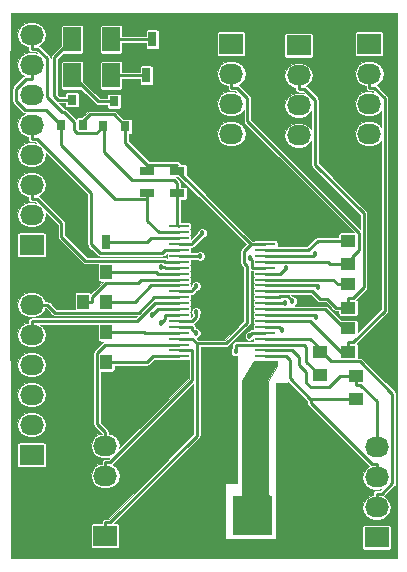
<source format=gtl>
G04 #@! TF.FileFunction,Copper,L1,Top,Signal*
%FSLAX46Y46*%
G04 Gerber Fmt 4.6, Leading zero omitted, Abs format (unit mm)*
G04 Created by KiCad (PCBNEW (2015-07-25 BZR 5993)-product) date Sun 30 Aug 2015 02:46:25 PM PDT*
%MOMM*%
G01*
G04 APERTURE LIST*
%ADD10C,0.100000*%
%ADD11C,0.508000*%
%ADD12R,1.676400X0.279400*%
%ADD13R,3.479800X4.419600*%
%ADD14R,1.524000X2.032000*%
%ADD15R,2.032000X1.727200*%
%ADD16O,2.032000X1.727200*%
%ADD17R,2.540000X2.540000*%
%ADD18C,2.540000*%
%ADD19R,0.797560X0.899160*%
%ADD20R,1.000000X1.250000*%
%ADD21R,1.250000X1.000000*%
%ADD22R,0.700000X1.300000*%
%ADD23R,1.300000X0.700000*%
%ADD24C,0.457200*%
%ADD25C,0.250000*%
%ADD26C,0.228600*%
%ADD27C,0.025400*%
G04 APERTURE END LIST*
D10*
D11*
X139954000Y-55880000D03*
X145542000Y-68961000D03*
X145542000Y-70104000D03*
X145542000Y-71247000D03*
X145542000Y-67945000D03*
X143256000Y-67945000D03*
X143256000Y-71247000D03*
X143256000Y-70104000D03*
X143256000Y-68961000D03*
X144399000Y-68961000D03*
X144399000Y-70104000D03*
X144399000Y-71247000D03*
X144399000Y-67945000D03*
X144190720Y-79872840D03*
X147955000Y-62738000D03*
X140208000Y-76581000D03*
D12*
X140728700Y-63846000D03*
X140728700Y-64345997D03*
X140728700Y-64845997D03*
X140728700Y-65345997D03*
X140728700Y-65845994D03*
X140728700Y-66345994D03*
X140728700Y-66845994D03*
X140728700Y-67345991D03*
X140728700Y-67845991D03*
X140728700Y-68345991D03*
X140728700Y-68845987D03*
X140728700Y-69346012D03*
X140728700Y-69845988D03*
X140728700Y-70346013D03*
X140728700Y-70846009D03*
X140728700Y-71346009D03*
X140728700Y-71846009D03*
X140728700Y-72346006D03*
X140728700Y-72846006D03*
X140728700Y-73346006D03*
X140728700Y-73846003D03*
X140728700Y-74346003D03*
X140728700Y-74846003D03*
X140728700Y-75346000D03*
X148069300Y-75346000D03*
X148069300Y-74846003D03*
X148069300Y-74346003D03*
X148069300Y-73846003D03*
X148069300Y-73346006D03*
X148069300Y-72846006D03*
X148069300Y-72346006D03*
X148069300Y-71846009D03*
X148069300Y-71346009D03*
X148069300Y-70846009D03*
X148069300Y-70346013D03*
X148069300Y-69845988D03*
X148069300Y-69346012D03*
X148069300Y-68845987D03*
X148069300Y-68345991D03*
X148069300Y-67845991D03*
X148069300Y-67345991D03*
X148069300Y-66845994D03*
X148069300Y-66345994D03*
X148069300Y-65845994D03*
X148069300Y-65345997D03*
X148069300Y-64845997D03*
X148069300Y-64345997D03*
X148069300Y-63846000D03*
D13*
X144399000Y-69596000D03*
D14*
X135001000Y-48006000D03*
X131699000Y-48006000D03*
X135001000Y-51054000D03*
X131699000Y-51054000D03*
D15*
X128270000Y-65405000D03*
D16*
X128270000Y-62865000D03*
X128270000Y-60325000D03*
X128270000Y-57785000D03*
X128270000Y-55245000D03*
X128270000Y-52705000D03*
X128270000Y-50165000D03*
X128270000Y-47625000D03*
D15*
X128270000Y-83185000D03*
D16*
X128270000Y-80645000D03*
X128270000Y-78105000D03*
X128270000Y-75565000D03*
X128270000Y-73025000D03*
X128270000Y-70485000D03*
D15*
X134493000Y-90043000D03*
D16*
X134493000Y-87503000D03*
X134493000Y-84963000D03*
X134493000Y-82423000D03*
D15*
X145161000Y-48387000D03*
D16*
X145161000Y-50927000D03*
X145161000Y-53467000D03*
X145161000Y-56007000D03*
D15*
X150876000Y-48514000D03*
D16*
X150876000Y-51054000D03*
X150876000Y-53594000D03*
X150876000Y-56134000D03*
D15*
X156845000Y-48387000D03*
D16*
X156845000Y-50927000D03*
X156845000Y-53467000D03*
X156845000Y-56007000D03*
D15*
X157480000Y-90170000D03*
D16*
X157480000Y-87630000D03*
X157480000Y-85090000D03*
X157480000Y-82550000D03*
D17*
X141732000Y-88138000D03*
D18*
X146812000Y-88138000D03*
D19*
X130749040Y-55227220D03*
X132648960Y-55227220D03*
X131699000Y-53129180D03*
X134305040Y-55354220D03*
X136204960Y-55354220D03*
X135255000Y-53256180D03*
D20*
X134604000Y-75311000D03*
X132604000Y-75311000D03*
X134604000Y-72771000D03*
X132604000Y-72771000D03*
X134604000Y-67691000D03*
X132604000Y-67691000D03*
X146669000Y-77851000D03*
X144669000Y-77851000D03*
X132604000Y-70231000D03*
X134604000Y-70231000D03*
D21*
X155702000Y-78470000D03*
X155702000Y-76470000D03*
X152654000Y-76438000D03*
X152654000Y-74438000D03*
X155092000Y-74456800D03*
X155092000Y-72456800D03*
X155067000Y-70723000D03*
X155067000Y-68723000D03*
X155067000Y-67040000D03*
X155067000Y-65040000D03*
D22*
X138496000Y-48006000D03*
X140396000Y-48006000D03*
X137988000Y-51054000D03*
X139888000Y-51054000D03*
D23*
X140589000Y-59121000D03*
X140589000Y-61021000D03*
X138049000Y-59121000D03*
X138049000Y-61021000D03*
D22*
X134554000Y-65151000D03*
X132654000Y-65151000D03*
D24*
X145542000Y-74422000D03*
X142194500Y-68896500D03*
X139217200Y-67290600D03*
X142522600Y-66346800D03*
X142728800Y-64392200D03*
X142160800Y-72879400D03*
X142194500Y-71113500D03*
X139232100Y-72017500D03*
X138446000Y-71357700D03*
X152290000Y-66200000D03*
X146783400Y-66531200D03*
X149767100Y-67374100D03*
X152475200Y-68963600D03*
X150345100Y-70163200D03*
X149688800Y-70290000D03*
X152336400Y-71554400D03*
X149450600Y-72608200D03*
X146714200Y-73108700D03*
D25*
X140728700Y-74846000D02*
X140729000Y-74846000D01*
X138514000Y-74846000D02*
X140728700Y-74846000D01*
X138049000Y-75311000D02*
X138514000Y-74846000D01*
X135104000Y-75311000D02*
X138049000Y-75311000D01*
D26*
X135104000Y-75311000D02*
X134604000Y-75311000D01*
D25*
X140728700Y-72846000D02*
X140729000Y-72846000D01*
X137870000Y-72846000D02*
X140728700Y-72846000D01*
X137795000Y-72771000D02*
X137870000Y-72846000D01*
X135104000Y-72771000D02*
X137795000Y-72771000D01*
D26*
X135104000Y-72771000D02*
X134604000Y-72771000D01*
D25*
X140728700Y-67846000D02*
X140729000Y-67846000D01*
X138966000Y-67846000D02*
X140728700Y-67846000D01*
X138811000Y-67691000D02*
X138966000Y-67846000D01*
X135104000Y-67691000D02*
X138811000Y-67691000D01*
D26*
X135104000Y-67691000D02*
X134604000Y-67691000D01*
X137538500Y-68346000D02*
X140728700Y-68346000D01*
X137252500Y-68632000D02*
X137538500Y-68346000D01*
X134599200Y-68632000D02*
X137252500Y-68632000D01*
X133396400Y-69834800D02*
X134599200Y-68632000D01*
X133396400Y-70231000D02*
X133396400Y-69834800D01*
X132604000Y-70231000D02*
X133396400Y-70231000D01*
D25*
X140728700Y-68846000D02*
X140729000Y-68846000D01*
X138418000Y-68846000D02*
X140728700Y-68846000D01*
X137033000Y-70231000D02*
X138418000Y-68846000D01*
X135104000Y-70231000D02*
X137033000Y-70231000D01*
D26*
X135104000Y-70231000D02*
X134604000Y-70231000D01*
X148069000Y-74846000D02*
X148069300Y-74846000D01*
X151876000Y-78470000D02*
X151888200Y-78470000D01*
X150114000Y-76708000D02*
X151876000Y-78470000D01*
X150114000Y-75184000D02*
X150114000Y-76708000D01*
X149776000Y-74846000D02*
X150114000Y-75184000D01*
X148069300Y-74846000D02*
X149776000Y-74846000D01*
X151888200Y-78470000D02*
X155702000Y-78470000D01*
X157068900Y-83934000D02*
X157480000Y-83934000D01*
X151888200Y-78753300D02*
X157068900Y-83934000D01*
X151888200Y-78470000D02*
X151888200Y-78753300D01*
X157480000Y-85090000D02*
X157480000Y-83934000D01*
X148069000Y-74346000D02*
X148069300Y-74346000D01*
X154416000Y-76470000D02*
X155178000Y-76470000D01*
X153416000Y-77470000D02*
X154416000Y-76470000D01*
X151892000Y-77470000D02*
X153416000Y-77470000D01*
X151511000Y-77089000D02*
X151892000Y-77470000D01*
X151511000Y-76200000D02*
X151511000Y-77089000D01*
X150876000Y-75565000D02*
X151511000Y-76200000D01*
X150876000Y-74930000D02*
X150876000Y-75565000D01*
X150292000Y-74346000D02*
X150876000Y-74930000D01*
X148069300Y-74346000D02*
X150292000Y-74346000D01*
X155178000Y-76470000D02*
X155440000Y-76470000D01*
X155440000Y-76470000D02*
X155178000Y-76470000D01*
X155702000Y-76470000D02*
X155571000Y-76470000D01*
X155571000Y-76470000D02*
X155440000Y-76470000D01*
X155440000Y-76470000D02*
X155571000Y-76470000D01*
X155571000Y-76470000D02*
X155702000Y-76470000D01*
X157480000Y-78644200D02*
X157480000Y-82550000D01*
X156098200Y-77262400D02*
X157480000Y-78644200D01*
X155702000Y-77262400D02*
X156098200Y-77262400D01*
X155702000Y-76470000D02*
X155702000Y-77262400D01*
X145542000Y-74422000D02*
X145542000Y-73914000D01*
X145542000Y-73914000D02*
X145609997Y-73846003D01*
X145609997Y-73846003D02*
X148069300Y-73846003D01*
X151511000Y-75295000D02*
X152654000Y-76438000D01*
X151511000Y-74041000D02*
X151511000Y-75295000D01*
X151316000Y-73846000D02*
X151511000Y-74041000D01*
X148069300Y-73846000D02*
X151316000Y-73846000D01*
X148069000Y-73846000D02*
X148069300Y-73846000D01*
X148069300Y-73346000D02*
X148069000Y-73346000D01*
X152654000Y-74438000D02*
X152654000Y-74303000D01*
X151832000Y-73346000D02*
X148069300Y-73346000D01*
X152654000Y-74168000D02*
X151832000Y-73346000D01*
X152654000Y-74303000D02*
X152654000Y-74168000D01*
X157913500Y-86474000D02*
X157480000Y-86474000D01*
X158806900Y-85580600D02*
X157913500Y-86474000D01*
X158806900Y-78023000D02*
X158806900Y-85580600D01*
X156033200Y-75249300D02*
X158806900Y-78023000D01*
X153600300Y-75249300D02*
X156033200Y-75249300D01*
X152654000Y-74303000D02*
X153600300Y-75249300D01*
X157480000Y-87630000D02*
X157480000Y-86474000D01*
X148069300Y-71846000D02*
X148069000Y-71846000D01*
X151856000Y-71846000D02*
X148069300Y-71846000D01*
X154467000Y-74456800D02*
X151856000Y-71846000D01*
X155092000Y-74456800D02*
X154467000Y-74456800D01*
X157278500Y-52083000D02*
X156845000Y-52083000D01*
X158171900Y-52976400D02*
X157278500Y-52083000D01*
X158171900Y-70980700D02*
X158171900Y-52976400D01*
X155488200Y-73664400D02*
X158171900Y-70980700D01*
X155092000Y-73664400D02*
X155488200Y-73664400D01*
X155092000Y-74456800D02*
X155092000Y-73664400D01*
X156845000Y-50927000D02*
X156845000Y-52083000D01*
X153142000Y-70846000D02*
X148069300Y-70846000D01*
X154753000Y-72456800D02*
X153142000Y-70846000D01*
X155092000Y-72456800D02*
X154753000Y-72456800D01*
X148069300Y-70846000D02*
X148069000Y-70846000D01*
X152023000Y-69346000D02*
X148069300Y-69346000D01*
X152654000Y-69977000D02*
X152023000Y-69346000D01*
X153289000Y-69977000D02*
X152654000Y-69977000D01*
X154035000Y-70723000D02*
X153289000Y-69977000D01*
X154543000Y-70723000D02*
X154035000Y-70723000D01*
X148069300Y-69346000D02*
X148069000Y-69346000D01*
X154805000Y-70723000D02*
X154543000Y-70723000D01*
X154805000Y-70723000D02*
X154543000Y-70723000D01*
X154936000Y-70723000D02*
X154805000Y-70723000D01*
X154936000Y-70723000D02*
X154805000Y-70723000D01*
X155001500Y-70723000D02*
X154936000Y-70723000D01*
X155001500Y-70723000D02*
X154936000Y-70723000D01*
X155034300Y-70723000D02*
X155001500Y-70723000D01*
X155034300Y-70723000D02*
X155001500Y-70723000D01*
X155050700Y-70723000D02*
X155034300Y-70723000D01*
X155050700Y-70723000D02*
X155034300Y-70723000D01*
X155058900Y-70723000D02*
X155050700Y-70723000D01*
X155058900Y-70723000D02*
X155050700Y-70723000D01*
X155063000Y-70723000D02*
X155058900Y-70723000D01*
X155063000Y-70723000D02*
X155058900Y-70723000D01*
X155065000Y-70723000D02*
X155063000Y-70723000D01*
X155065000Y-70723000D02*
X155063000Y-70723000D01*
X155066000Y-70723000D02*
X155065000Y-70723000D01*
X155066000Y-70723000D02*
X155065000Y-70723000D01*
X155066500Y-70723000D02*
X155066000Y-70723000D01*
X155066500Y-70723000D02*
X155066000Y-70723000D01*
X155066800Y-70723000D02*
X155066500Y-70723000D01*
X155066800Y-70723000D02*
X155066500Y-70723000D01*
X155067000Y-70723000D02*
X155066900Y-70723000D01*
X155066900Y-70723000D02*
X155066800Y-70723000D01*
X155067000Y-70723000D02*
X155066900Y-70723000D01*
X155066900Y-70723000D02*
X155066800Y-70723000D01*
X151349500Y-52210000D02*
X150876000Y-52210000D01*
X152259900Y-53120400D02*
X151349500Y-52210000D01*
X152259900Y-58604400D02*
X152259900Y-53120400D01*
X156391300Y-62735800D02*
X152259900Y-58604400D01*
X156391300Y-69002500D02*
X156391300Y-62735800D01*
X155463200Y-69930600D02*
X156391300Y-69002500D01*
X155067000Y-69930600D02*
X155463200Y-69930600D01*
X155067000Y-70723000D02*
X155067000Y-69930600D01*
X150876000Y-51054000D02*
X150876000Y-52210000D01*
D25*
X155424000Y-68961000D02*
X155321000Y-68961000D01*
D26*
X148069300Y-68346000D02*
X148069000Y-68346000D01*
X153817000Y-68346000D02*
X148069300Y-68346000D01*
X154194000Y-68723000D02*
X153817000Y-68346000D01*
X155067000Y-68723000D02*
X154194000Y-68723000D01*
X155083000Y-68723000D02*
X155321000Y-68961000D01*
X155067000Y-68723000D02*
X155083000Y-68723000D01*
X153333000Y-66846000D02*
X148069300Y-66846000D01*
X153527000Y-67040000D02*
X153333000Y-66846000D01*
X155067000Y-67040000D02*
X153527000Y-67040000D01*
X148069300Y-66846000D02*
X148069000Y-66846000D01*
D25*
X155424000Y-66534200D02*
X155424000Y-66572000D01*
D26*
X155067000Y-66891200D02*
X155067000Y-67040000D01*
X155424000Y-66534200D02*
X155067000Y-66891200D01*
D25*
X155424000Y-66421000D02*
X155424000Y-66534200D01*
D26*
X145634500Y-52083000D02*
X145161000Y-52083000D01*
X146544900Y-52993400D02*
X145634500Y-52083000D01*
X146544900Y-54935500D02*
X146544900Y-52993400D01*
X155984500Y-64375100D02*
X146544900Y-54935500D01*
X155984500Y-65860500D02*
X155984500Y-64375100D01*
X155424000Y-66421000D02*
X155984500Y-65860500D01*
X145161000Y-50927000D02*
X145161000Y-52083000D01*
X151705000Y-65846000D02*
X148069300Y-65846000D01*
X152511000Y-65040000D02*
X151705000Y-65846000D01*
X155067000Y-65040000D02*
X152511000Y-65040000D01*
X148069300Y-65846000D02*
X148069000Y-65846000D01*
D25*
X135001000Y-48006000D02*
X137996000Y-48006000D01*
D26*
X137996000Y-48006000D02*
X138496000Y-48006000D01*
X130175000Y-49530000D02*
X131699000Y-48006000D01*
X130175000Y-52832000D02*
X130175000Y-49530000D01*
X130472000Y-53129200D02*
X130175000Y-52832000D01*
X131699000Y-53129200D02*
X130472000Y-53129200D01*
D25*
X135001000Y-51054000D02*
X137488000Y-51054000D01*
D26*
X137488000Y-51054000D02*
X137988000Y-51054000D01*
X133901000Y-53256200D02*
X131699000Y-51054000D01*
X135255000Y-53256200D02*
X133901000Y-53256200D01*
D25*
X131699000Y-51054000D02*
X131318000Y-51054000D01*
D26*
X141859300Y-69231700D02*
X141859300Y-69346000D01*
X142194500Y-68896500D02*
X141859300Y-69231700D01*
X140728700Y-69346000D02*
X141859300Y-69346000D01*
X139542700Y-67290600D02*
X139598100Y-67346000D01*
X139217200Y-67290600D02*
X139542700Y-67290600D01*
X140728700Y-67346000D02*
X139598100Y-67346000D01*
X139497200Y-66745100D02*
X139598100Y-66846000D01*
X132811000Y-66745100D02*
X139497200Y-66745100D01*
X130795000Y-64729100D02*
X132811000Y-66745100D01*
X130795000Y-63572500D02*
X130795000Y-64729100D01*
X128703500Y-61481000D02*
X130795000Y-63572500D01*
X128270000Y-61481000D02*
X128703500Y-61481000D01*
X128270000Y-60325000D02*
X128270000Y-61481000D01*
X140728700Y-66846000D02*
X139598100Y-66846000D01*
X141860100Y-66346800D02*
X141859300Y-66346000D01*
X142522600Y-66346800D02*
X141860100Y-66346800D01*
X140728700Y-66346000D02*
X141859300Y-66346000D01*
X128270000Y-55245000D02*
X128270000Y-56401000D01*
X140728700Y-65846000D02*
X139598100Y-65846000D01*
X139335400Y-66108700D02*
X139598100Y-65846000D01*
X134072500Y-66108700D02*
X139335400Y-66108700D01*
X133296500Y-65332700D02*
X134072500Y-66108700D01*
X133296500Y-60994000D02*
X133296500Y-65332700D01*
X128703500Y-56401000D02*
X133296500Y-60994000D01*
X128270000Y-56401000D02*
X128703500Y-56401000D01*
X141859300Y-65261700D02*
X141859300Y-65346000D01*
X142728800Y-64392200D02*
X141859300Y-65261700D01*
X140728700Y-65346000D02*
X141859300Y-65346000D01*
D25*
X139022000Y-64346000D02*
X140728700Y-64346000D01*
X138049000Y-63373000D02*
X139022000Y-64346000D01*
X138049000Y-61521000D02*
X138049000Y-63373000D01*
X140728700Y-64346000D02*
X140729000Y-64346000D01*
D26*
X137821500Y-61521000D02*
X137594000Y-61521000D01*
X137821500Y-61521000D02*
X137594000Y-61521000D01*
X137935300Y-61521000D02*
X137821500Y-61521000D01*
X137935300Y-61521000D02*
X137821500Y-61521000D01*
X137992200Y-61521000D02*
X137935300Y-61521000D01*
X137992200Y-61521000D02*
X137935300Y-61521000D01*
X138020600Y-61521000D02*
X137992200Y-61521000D01*
X138020600Y-61521000D02*
X137992200Y-61521000D01*
X138034800Y-61521000D02*
X138020600Y-61521000D01*
X138034800Y-61521000D02*
X138020600Y-61521000D01*
X138041900Y-61521000D02*
X138034800Y-61521000D01*
X138041900Y-61521000D02*
X138034800Y-61521000D01*
X138045500Y-61521000D02*
X138041900Y-61521000D01*
X138045500Y-61521000D02*
X138041900Y-61521000D01*
X138047300Y-61521000D02*
X138045500Y-61521000D01*
X138047300Y-61521000D02*
X138045500Y-61521000D01*
X138048200Y-61521000D02*
X138047300Y-61521000D01*
X138048200Y-61521000D02*
X138047300Y-61521000D01*
X138048600Y-61521000D02*
X138048200Y-61521000D01*
X138048600Y-61521000D02*
X138048200Y-61521000D01*
X138048800Y-61521000D02*
X138048600Y-61521000D01*
X138048800Y-61521000D02*
X138048600Y-61521000D01*
X138049000Y-61521000D02*
X138048900Y-61521000D01*
X138048900Y-61521000D02*
X138048800Y-61521000D01*
X138049000Y-61521000D02*
X138048900Y-61521000D01*
X138048900Y-61521000D02*
X138048800Y-61521000D01*
X138049000Y-61521000D02*
X138049000Y-61021000D01*
X130749000Y-56962000D02*
X130749000Y-55238600D01*
X135308000Y-61521000D02*
X130749000Y-56962000D01*
X137594000Y-61521000D02*
X135308000Y-61521000D01*
X130749000Y-55238600D02*
X130749000Y-55227200D01*
X127796400Y-51321000D02*
X128270000Y-51321000D01*
X126936400Y-52181000D02*
X127796400Y-51321000D01*
X126936400Y-53220600D02*
X126936400Y-52181000D01*
X127690800Y-53975000D02*
X126936400Y-53220600D01*
X129485400Y-53975000D02*
X127690800Y-53975000D01*
X130749000Y-55238600D02*
X129485400Y-53975000D01*
X128270000Y-50165000D02*
X128270000Y-51321000D01*
X140589000Y-61521000D02*
X140589000Y-61021000D01*
X140728700Y-63846000D02*
X140728800Y-63845900D01*
D25*
X140589000Y-63706300D02*
X140728800Y-63845900D01*
X140589000Y-61521000D02*
X140589000Y-63706300D01*
X140728800Y-63845900D02*
X140729000Y-63846000D01*
D26*
X134366000Y-55415200D02*
X134335500Y-55384700D01*
X134366000Y-57531000D02*
X134366000Y-55415200D01*
X136779000Y-59944000D02*
X134366000Y-57531000D01*
X140335000Y-59944000D02*
X136779000Y-59944000D01*
X140589000Y-60198000D02*
X140335000Y-59944000D01*
X140589000Y-61021000D02*
X140589000Y-60198000D01*
X134335500Y-55384700D02*
X134305000Y-55354200D01*
X128743500Y-48781000D02*
X128270000Y-48781000D01*
X129580500Y-49618000D02*
X128743500Y-48781000D01*
X129580500Y-52851000D02*
X129580500Y-49618000D01*
X130884000Y-54154500D02*
X129580500Y-52851000D01*
X131002600Y-54154500D02*
X130884000Y-54154500D01*
X131842900Y-54994800D02*
X131002600Y-54154500D01*
X131842900Y-55714600D02*
X131842900Y-54994800D01*
X132097600Y-55969300D02*
X131842900Y-55714600D01*
X133750900Y-55969300D02*
X132097600Y-55969300D01*
X134335500Y-55384700D02*
X133750900Y-55969300D01*
X128270000Y-47625000D02*
X128270000Y-48781000D01*
X141859300Y-72577900D02*
X141859300Y-72346000D01*
X142160800Y-72879400D02*
X141859300Y-72577900D01*
X140728700Y-72346000D02*
X141859300Y-72346000D01*
X142194500Y-71510800D02*
X141859300Y-71846000D01*
X142194500Y-71113500D02*
X142194500Y-71510800D01*
X140728700Y-71846000D02*
X141859300Y-71846000D01*
X139598100Y-71651500D02*
X139598100Y-71346000D01*
X139232100Y-72017500D02*
X139598100Y-71651500D01*
X140728700Y-71346000D02*
X139598100Y-71346000D01*
X138957700Y-70846000D02*
X140728700Y-70846000D01*
X138446000Y-71357700D02*
X138957700Y-70846000D01*
X128270000Y-73025000D02*
X128270000Y-71869000D01*
X128285400Y-71853600D02*
X128270000Y-71869000D01*
X137213400Y-71853600D02*
X128285400Y-71853600D01*
X138721000Y-70346000D02*
X137213400Y-71853600D01*
X140728700Y-70346000D02*
X138721000Y-70346000D01*
X128270000Y-70485000D02*
X129578400Y-70485000D01*
X130246000Y-71152600D02*
X129578400Y-70485000D01*
X137339300Y-71152600D02*
X130246000Y-71152600D01*
X138645900Y-69846000D02*
X137339300Y-71152600D01*
X140728700Y-69846000D02*
X138645900Y-69846000D01*
X135207000Y-54356000D02*
X136205000Y-55354200D01*
X133223000Y-54356000D02*
X135207000Y-54356000D01*
X132649000Y-54930000D02*
X133223000Y-54356000D01*
X132649000Y-55227200D02*
X132649000Y-54930000D01*
X136205000Y-56777000D02*
X138049000Y-58621000D01*
X136205000Y-55354200D02*
X136205000Y-56777000D01*
X138049000Y-58621000D02*
X138049000Y-59121000D01*
X140728700Y-73346000D02*
X141859300Y-73346000D01*
X134493000Y-90043000D02*
X134493000Y-88887000D01*
X138049000Y-58621000D02*
X140090300Y-58621000D01*
X140090300Y-58621000D02*
X140589000Y-58621000D01*
X140589000Y-59119700D02*
X140589000Y-59121000D01*
X140090300Y-58621000D02*
X140589000Y-59119700D01*
X142266000Y-81547500D02*
X142266000Y-73752700D01*
X134926500Y-88887000D02*
X142266000Y-81547500D01*
X134493000Y-88887000D02*
X134926500Y-88887000D01*
X142266000Y-73752700D02*
X141859300Y-73346000D01*
X140589000Y-59121000D02*
X146814000Y-65346000D01*
X146814000Y-65346000D02*
X148069300Y-65346000D01*
X144728300Y-73752700D02*
X142266000Y-73752700D01*
X146498300Y-71982700D02*
X144728300Y-73752700D01*
X146498300Y-67193100D02*
X146498300Y-71982700D01*
X146257100Y-66951900D02*
X146498300Y-67193100D01*
X146257100Y-65902900D02*
X146257100Y-66951900D01*
X146814000Y-65346000D02*
X146257100Y-65902900D01*
X141859300Y-76874200D02*
X141859300Y-74346000D01*
X134926500Y-83807000D02*
X141859300Y-76874200D01*
X134493000Y-83807000D02*
X134926500Y-83807000D01*
X134493000Y-84963000D02*
X134493000Y-83807000D01*
X140728700Y-74346000D02*
X141859300Y-74346000D01*
X134507900Y-73846000D02*
X140728700Y-73846000D01*
X133811500Y-74542400D02*
X134507900Y-73846000D01*
X133811500Y-80585500D02*
X133811500Y-74542400D01*
X134493000Y-81267000D02*
X133811500Y-80585500D01*
X134493000Y-82423000D02*
X134493000Y-81267000D01*
X152144000Y-66346000D02*
X152290000Y-66200000D01*
X148069300Y-66346000D02*
X152144000Y-66346000D01*
X146938700Y-66686500D02*
X146938700Y-67346000D01*
X146783400Y-66531200D02*
X146938700Y-66686500D01*
X148069300Y-67346000D02*
X146938700Y-67346000D01*
X149295200Y-67846000D02*
X149767100Y-67374100D01*
X148069300Y-67846000D02*
X149295200Y-67846000D01*
X152357600Y-68846000D02*
X148069300Y-68846000D01*
X152475200Y-68963600D02*
X152357600Y-68846000D01*
X149942700Y-69760800D02*
X150345100Y-70163200D01*
X149285100Y-69760800D02*
X149942700Y-69760800D01*
X149199900Y-69846000D02*
X149285100Y-69760800D01*
X148069300Y-69846000D02*
X149199900Y-69846000D01*
X149255900Y-70290000D02*
X149199900Y-70346000D01*
X149688800Y-70290000D02*
X149255900Y-70290000D01*
X148069300Y-70346000D02*
X149199900Y-70346000D01*
X152128000Y-71346000D02*
X148069300Y-71346000D01*
X152336400Y-71554400D02*
X152128000Y-71346000D01*
X149199900Y-72357500D02*
X149199900Y-72346000D01*
X149450600Y-72608200D02*
X149199900Y-72357500D01*
X148069300Y-72346000D02*
X149199900Y-72346000D01*
X146938700Y-72884200D02*
X146938700Y-72846000D01*
X146714200Y-73108700D02*
X146938700Y-72884200D01*
X148069300Y-72846000D02*
X146938700Y-72846000D01*
D25*
X140728700Y-64846000D02*
X140729000Y-64846000D01*
X138354000Y-64846000D02*
X140728700Y-64846000D01*
X138049000Y-65151000D02*
X138354000Y-64846000D01*
X135054000Y-65151000D02*
X138049000Y-65151000D01*
D26*
X135054000Y-65151000D02*
X134554000Y-65151000D01*
D27*
G36*
X149085300Y-75688482D02*
X148325110Y-76955466D01*
X148324791Y-76956354D01*
X148324267Y-76957140D01*
X148323962Y-76958668D01*
X148323439Y-76960131D01*
X148323484Y-76961071D01*
X148323300Y-76962000D01*
X148323300Y-86614000D01*
X148324267Y-86618860D01*
X148327020Y-86622980D01*
X148331140Y-86625733D01*
X148336000Y-86626700D01*
X148577300Y-86626700D01*
X148577300Y-89903300D01*
X145300700Y-89903300D01*
X145300700Y-86626700D01*
X146050000Y-86626700D01*
X146054860Y-86625733D01*
X146058980Y-86622980D01*
X146061733Y-86618860D01*
X146062700Y-86614000D01*
X146062700Y-76965373D01*
X147073369Y-75196700D01*
X149085300Y-75196700D01*
X149085300Y-75688482D01*
X149085300Y-75688482D01*
G37*
X149085300Y-75688482D02*
X148325110Y-76955466D01*
X148324791Y-76956354D01*
X148324267Y-76957140D01*
X148323962Y-76958668D01*
X148323439Y-76960131D01*
X148323484Y-76961071D01*
X148323300Y-76962000D01*
X148323300Y-86614000D01*
X148324267Y-86618860D01*
X148327020Y-86622980D01*
X148331140Y-86625733D01*
X148336000Y-86626700D01*
X148577300Y-86626700D01*
X148577300Y-89903300D01*
X145300700Y-89903300D01*
X145300700Y-86626700D01*
X146050000Y-86626700D01*
X146054860Y-86625733D01*
X146058980Y-86622980D01*
X146061733Y-86618860D01*
X146062700Y-86614000D01*
X146062700Y-76965373D01*
X147073369Y-75196700D01*
X149085300Y-75196700D01*
X149085300Y-75688482D01*
G36*
X126504700Y-75184000D02*
X126503733Y-75179140D01*
X126500980Y-75175020D01*
X126496860Y-75172267D01*
X126492000Y-75171300D01*
X126427700Y-75171300D01*
X126427700Y-64541400D01*
X127059768Y-64541400D01*
X127059768Y-66268600D01*
X127073861Y-66341237D01*
X127115798Y-66405078D01*
X127179108Y-66447813D01*
X127254000Y-66462832D01*
X129286000Y-66462832D01*
X129358637Y-66448739D01*
X129422478Y-66406802D01*
X129465213Y-66343492D01*
X129480232Y-66268600D01*
X129480232Y-64541400D01*
X129466139Y-64468763D01*
X129424202Y-64404922D01*
X129360892Y-64362187D01*
X129286000Y-64347168D01*
X127254000Y-64347168D01*
X127181363Y-64361261D01*
X127117522Y-64403198D01*
X127074787Y-64466508D01*
X127059768Y-64541400D01*
X126427700Y-64541400D01*
X126427700Y-54652057D01*
X126449002Y-52181000D01*
X126631600Y-52181000D01*
X126631600Y-53220600D01*
X126654802Y-53337242D01*
X126720874Y-53436126D01*
X127475274Y-54190526D01*
X127574158Y-54256598D01*
X127680639Y-54277779D01*
X127348602Y-54499639D01*
X127120102Y-54841613D01*
X127039863Y-55245000D01*
X127120102Y-55648387D01*
X127348602Y-55990361D01*
X127690576Y-56218861D01*
X127965200Y-56273487D01*
X127965200Y-56401000D01*
X127988402Y-56517642D01*
X128054474Y-56616526D01*
X128153358Y-56682598D01*
X128270000Y-56705800D01*
X128577248Y-56705800D01*
X128641161Y-56769713D01*
X128446037Y-56730900D01*
X128093963Y-56730900D01*
X127690576Y-56811139D01*
X127348602Y-57039639D01*
X127120102Y-57381613D01*
X127039863Y-57785000D01*
X127120102Y-58188387D01*
X127348602Y-58530361D01*
X127690576Y-58758861D01*
X128093963Y-58839100D01*
X128446037Y-58839100D01*
X128849424Y-58758861D01*
X129191398Y-58530361D01*
X129419898Y-58188387D01*
X129500137Y-57785000D01*
X129461324Y-57589876D01*
X132991700Y-61120252D01*
X132991700Y-65332700D01*
X133014902Y-65449342D01*
X133080974Y-65548226D01*
X133856974Y-66324226D01*
X133955858Y-66390298D01*
X134072500Y-66413500D01*
X139335400Y-66413500D01*
X139452042Y-66390298D01*
X139550926Y-66324226D01*
X139703144Y-66172008D01*
X139696268Y-66206294D01*
X139696268Y-66485694D01*
X139703598Y-66523475D01*
X139613842Y-66463502D01*
X139497200Y-66440300D01*
X132937252Y-66440300D01*
X131099800Y-64602848D01*
X131099800Y-63572500D01*
X131076598Y-63455858D01*
X131010526Y-63356974D01*
X128919026Y-61265474D01*
X128909209Y-61258914D01*
X129191398Y-61070361D01*
X129419898Y-60728387D01*
X129500137Y-60325000D01*
X129419898Y-59921613D01*
X129191398Y-59579639D01*
X128849424Y-59351139D01*
X128446037Y-59270900D01*
X128093963Y-59270900D01*
X127690576Y-59351139D01*
X127348602Y-59579639D01*
X127120102Y-59921613D01*
X127039863Y-60325000D01*
X127120102Y-60728387D01*
X127348602Y-61070361D01*
X127690576Y-61298861D01*
X127965200Y-61353487D01*
X127965200Y-61481000D01*
X127988402Y-61597642D01*
X128054474Y-61696526D01*
X128153358Y-61762598D01*
X128270000Y-61785800D01*
X128577248Y-61785800D01*
X128641161Y-61849713D01*
X128446037Y-61810900D01*
X128093963Y-61810900D01*
X127690576Y-61891139D01*
X127348602Y-62119639D01*
X127120102Y-62461613D01*
X127039863Y-62865000D01*
X127120102Y-63268387D01*
X127348602Y-63610361D01*
X127690576Y-63838861D01*
X128093963Y-63919100D01*
X128446037Y-63919100D01*
X128849424Y-63838861D01*
X129191398Y-63610361D01*
X129419898Y-63268387D01*
X129500137Y-62865000D01*
X129461324Y-62669876D01*
X130490200Y-63698752D01*
X130490200Y-64729100D01*
X130513402Y-64845742D01*
X130579474Y-64944626D01*
X132595474Y-66960626D01*
X132694359Y-67026699D01*
X132811000Y-67049900D01*
X133912997Y-67049900D01*
X133909768Y-67066000D01*
X133909768Y-68316000D01*
X133923861Y-68388637D01*
X133965798Y-68452478D01*
X134029108Y-68495213D01*
X134104000Y-68510232D01*
X134289916Y-68510232D01*
X133277259Y-69522889D01*
X133242202Y-69469522D01*
X133178892Y-69426787D01*
X133104000Y-69411768D01*
X132104000Y-69411768D01*
X132031363Y-69425861D01*
X131967522Y-69467798D01*
X131924787Y-69531108D01*
X131909768Y-69606000D01*
X131909768Y-70847800D01*
X130372252Y-70847800D01*
X129793926Y-70269474D01*
X129695042Y-70203402D01*
X129578400Y-70180200D01*
X129439508Y-70180200D01*
X129419898Y-70081613D01*
X129191398Y-69739639D01*
X128849424Y-69511139D01*
X128446037Y-69430900D01*
X128093963Y-69430900D01*
X127690576Y-69511139D01*
X127348602Y-69739639D01*
X127120102Y-70081613D01*
X127039863Y-70485000D01*
X127120102Y-70888387D01*
X127348602Y-71230361D01*
X127690576Y-71458861D01*
X128093963Y-71539100D01*
X128446037Y-71539100D01*
X128849424Y-71458861D01*
X129191398Y-71230361D01*
X129419898Y-70888387D01*
X129439508Y-70789800D01*
X129452148Y-70789800D01*
X130030474Y-71368126D01*
X130129358Y-71434198D01*
X130246000Y-71457400D01*
X137178548Y-71457400D01*
X137087148Y-71548800D01*
X128285400Y-71548800D01*
X128168758Y-71572002D01*
X128081260Y-71630466D01*
X128069874Y-71638074D01*
X128054474Y-71653474D01*
X127988402Y-71752358D01*
X127965200Y-71869000D01*
X127965200Y-71996513D01*
X127690576Y-72051139D01*
X127348602Y-72279639D01*
X127120102Y-72621613D01*
X127039863Y-73025000D01*
X127120102Y-73428387D01*
X127348602Y-73770361D01*
X127690576Y-73998861D01*
X128093963Y-74079100D01*
X128446037Y-74079100D01*
X128849424Y-73998861D01*
X129191398Y-73770361D01*
X129419898Y-73428387D01*
X129500137Y-73025000D01*
X129419898Y-72621613D01*
X129191398Y-72279639D01*
X129009951Y-72158400D01*
X133909768Y-72158400D01*
X133909768Y-73396000D01*
X133923861Y-73468637D01*
X133965798Y-73532478D01*
X134029108Y-73575213D01*
X134104000Y-73590232D01*
X134352601Y-73590232D01*
X134292374Y-73630474D01*
X133595974Y-74326874D01*
X133529902Y-74425758D01*
X133506700Y-74542400D01*
X133506700Y-80585500D01*
X133529902Y-80702142D01*
X133595974Y-80801026D01*
X134188200Y-81393252D01*
X134188200Y-81394513D01*
X133913576Y-81449139D01*
X133571602Y-81677639D01*
X133343102Y-82019613D01*
X133262863Y-82423000D01*
X133343102Y-82826387D01*
X133571602Y-83168361D01*
X133913576Y-83396861D01*
X134316963Y-83477100D01*
X134669037Y-83477100D01*
X134864161Y-83438287D01*
X134800248Y-83502200D01*
X134493000Y-83502200D01*
X134376358Y-83525402D01*
X134277474Y-83591474D01*
X134211402Y-83690358D01*
X134188200Y-83807000D01*
X134188200Y-83934513D01*
X133913576Y-83989139D01*
X133571602Y-84217639D01*
X133343102Y-84559613D01*
X133262863Y-84963000D01*
X133343102Y-85366387D01*
X133571602Y-85708361D01*
X133913576Y-85936861D01*
X134316963Y-86017100D01*
X134669037Y-86017100D01*
X135072424Y-85936861D01*
X135414398Y-85708361D01*
X135642898Y-85366387D01*
X135723137Y-84963000D01*
X135642898Y-84559613D01*
X135414398Y-84217639D01*
X135132209Y-84029086D01*
X135142026Y-84022526D01*
X141961200Y-77203352D01*
X141961200Y-81421248D01*
X134800248Y-88582200D01*
X134493000Y-88582200D01*
X134376358Y-88605402D01*
X134277474Y-88671474D01*
X134211402Y-88770358D01*
X134188200Y-88887000D01*
X134188200Y-88985168D01*
X133477000Y-88985168D01*
X133404363Y-88999261D01*
X133340522Y-89041198D01*
X133297787Y-89104508D01*
X133282768Y-89179400D01*
X133282768Y-90906600D01*
X133296861Y-90979237D01*
X133338798Y-91043078D01*
X133402108Y-91085813D01*
X133477000Y-91100832D01*
X135509000Y-91100832D01*
X135581637Y-91086739D01*
X135645478Y-91044802D01*
X135688213Y-90981492D01*
X135703232Y-90906600D01*
X135703232Y-89179400D01*
X135689139Y-89106763D01*
X135647202Y-89042922D01*
X135583892Y-89000187D01*
X135509000Y-88985168D01*
X135259384Y-88985168D01*
X142481526Y-81763026D01*
X142547598Y-81664142D01*
X142556605Y-81618861D01*
X142570800Y-81547500D01*
X142570800Y-74057500D01*
X144728300Y-74057500D01*
X144844942Y-74034298D01*
X144943826Y-73968226D01*
X146713826Y-72198226D01*
X146779898Y-72099342D01*
X146803100Y-71982700D01*
X146803100Y-67614931D01*
X146822058Y-67627598D01*
X146938700Y-67650800D01*
X147047996Y-67650800D01*
X147036868Y-67706291D01*
X147036868Y-67985691D01*
X147050961Y-68058328D01*
X147075744Y-68096056D01*
X147051887Y-68131399D01*
X147036868Y-68206291D01*
X147036868Y-68485691D01*
X147050961Y-68558328D01*
X147075743Y-68596054D01*
X147051887Y-68631395D01*
X147036868Y-68706287D01*
X147036868Y-68985687D01*
X147050961Y-69058324D01*
X147075753Y-69096064D01*
X147051887Y-69131420D01*
X147036868Y-69206312D01*
X147036868Y-69485712D01*
X147050961Y-69558349D01*
X147075736Y-69596064D01*
X147051887Y-69631396D01*
X147036868Y-69706288D01*
X147036868Y-69985688D01*
X147050961Y-70058325D01*
X147075753Y-70096065D01*
X147051887Y-70131421D01*
X147036868Y-70206313D01*
X147036868Y-70485713D01*
X147050961Y-70558350D01*
X147075743Y-70596076D01*
X147051887Y-70631417D01*
X147036868Y-70706309D01*
X147036868Y-70985709D01*
X147050961Y-71058346D01*
X147075744Y-71096074D01*
X147051887Y-71131417D01*
X147036868Y-71206309D01*
X147036868Y-71485709D01*
X147050961Y-71558346D01*
X147075744Y-71596074D01*
X147051887Y-71631417D01*
X147036868Y-71706309D01*
X147036868Y-71985709D01*
X147050961Y-72058346D01*
X147075743Y-72096072D01*
X147051887Y-72131414D01*
X147036868Y-72206306D01*
X147036868Y-72485706D01*
X147047635Y-72541200D01*
X146938700Y-72541200D01*
X146822058Y-72564402D01*
X146723174Y-72630474D01*
X146683685Y-72689573D01*
X146631202Y-72689527D01*
X146477109Y-72753197D01*
X146359111Y-72870989D01*
X146295173Y-73024970D01*
X146295027Y-73191698D01*
X146358697Y-73345791D01*
X146476489Y-73463789D01*
X146630470Y-73527727D01*
X146797198Y-73527873D01*
X146951291Y-73464203D01*
X147036868Y-73378775D01*
X147036868Y-73485706D01*
X147047636Y-73541203D01*
X145609997Y-73541203D01*
X145493355Y-73564405D01*
X145394471Y-73630477D01*
X145326474Y-73698474D01*
X145260402Y-73797358D01*
X145237200Y-73914000D01*
X145237200Y-74134088D01*
X145186911Y-74184289D01*
X145122973Y-74338270D01*
X145122827Y-74504998D01*
X145186497Y-74659091D01*
X145304289Y-74777089D01*
X145458270Y-74841027D01*
X145624998Y-74841173D01*
X145656300Y-74828239D01*
X145656300Y-85585300D01*
X144653000Y-85585300D01*
X144648140Y-85586267D01*
X144644020Y-85589020D01*
X144641267Y-85593140D01*
X144640300Y-85598000D01*
X144640300Y-90297000D01*
X144641267Y-90301860D01*
X144644020Y-90305980D01*
X144648140Y-90308733D01*
X144653000Y-90309700D01*
X148971000Y-90309700D01*
X148975860Y-90308733D01*
X148979980Y-90305980D01*
X148982733Y-90301860D01*
X148983700Y-90297000D01*
X148983700Y-89306400D01*
X156269768Y-89306400D01*
X156269768Y-91033600D01*
X156283861Y-91106237D01*
X156325798Y-91170078D01*
X156389108Y-91212813D01*
X156464000Y-91227832D01*
X158496000Y-91227832D01*
X158568637Y-91213739D01*
X158632478Y-91171802D01*
X158675213Y-91108492D01*
X158690232Y-91033600D01*
X158690232Y-89306400D01*
X158676139Y-89233763D01*
X158634202Y-89169922D01*
X158570892Y-89127187D01*
X158496000Y-89112168D01*
X156464000Y-89112168D01*
X156391363Y-89126261D01*
X156327522Y-89168198D01*
X156284787Y-89231508D01*
X156269768Y-89306400D01*
X148983700Y-89306400D01*
X148983700Y-77101700D01*
X149987000Y-77101700D01*
X149991860Y-77100733D01*
X149995980Y-77097980D01*
X149998733Y-77093860D01*
X149999700Y-77089000D01*
X149999700Y-77024752D01*
X151583400Y-78608452D01*
X151583400Y-78753300D01*
X151606602Y-78869942D01*
X151672674Y-78968826D01*
X156852266Y-84148418D01*
X156558602Y-84344639D01*
X156330102Y-84686613D01*
X156249863Y-85090000D01*
X156330102Y-85493387D01*
X156558602Y-85835361D01*
X156900576Y-86063861D01*
X157303963Y-86144100D01*
X157656037Y-86144100D01*
X157851161Y-86105287D01*
X157787248Y-86169200D01*
X157480000Y-86169200D01*
X157363358Y-86192402D01*
X157264474Y-86258474D01*
X157198402Y-86357358D01*
X157175200Y-86474000D01*
X157175200Y-86601513D01*
X156900576Y-86656139D01*
X156558602Y-86884639D01*
X156330102Y-87226613D01*
X156249863Y-87630000D01*
X156330102Y-88033387D01*
X156558602Y-88375361D01*
X156900576Y-88603861D01*
X157303963Y-88684100D01*
X157656037Y-88684100D01*
X158059424Y-88603861D01*
X158401398Y-88375361D01*
X158629898Y-88033387D01*
X158710137Y-87630000D01*
X158629898Y-87226613D01*
X158401398Y-86884639D01*
X158119209Y-86696086D01*
X158129026Y-86689526D01*
X159022426Y-85796126D01*
X159088498Y-85697242D01*
X159111700Y-85580600D01*
X159111700Y-78023000D01*
X159088498Y-77906358D01*
X159022426Y-77807474D01*
X156248726Y-75033774D01*
X156149842Y-74967702D01*
X156033200Y-74944500D01*
X155911232Y-74944500D01*
X155911232Y-73956800D01*
X155897139Y-73884163D01*
X155855202Y-73820322D01*
X155800353Y-73783299D01*
X158387426Y-71196226D01*
X158407724Y-71165848D01*
X158453498Y-71097342D01*
X158476700Y-70980700D01*
X158476700Y-52976400D01*
X158453498Y-52859758D01*
X158387426Y-52760874D01*
X157494026Y-51867474D01*
X157484209Y-51860914D01*
X157766398Y-51672361D01*
X157994898Y-51330387D01*
X158075137Y-50927000D01*
X157994898Y-50523613D01*
X157766398Y-50181639D01*
X157424424Y-49953139D01*
X157021037Y-49872900D01*
X156668963Y-49872900D01*
X156265576Y-49953139D01*
X155923602Y-50181639D01*
X155695102Y-50523613D01*
X155614863Y-50927000D01*
X155695102Y-51330387D01*
X155923602Y-51672361D01*
X156265576Y-51900861D01*
X156540200Y-51955487D01*
X156540200Y-52083000D01*
X156563402Y-52199642D01*
X156629474Y-52298526D01*
X156728358Y-52364598D01*
X156845000Y-52387800D01*
X157152248Y-52387800D01*
X157216161Y-52451713D01*
X157021037Y-52412900D01*
X156668963Y-52412900D01*
X156265576Y-52493139D01*
X155923602Y-52721639D01*
X155695102Y-53063613D01*
X155614863Y-53467000D01*
X155695102Y-53870387D01*
X155923602Y-54212361D01*
X156265576Y-54440861D01*
X156668963Y-54521100D01*
X157021037Y-54521100D01*
X157424424Y-54440861D01*
X157766398Y-54212361D01*
X157867100Y-54061650D01*
X157867100Y-55412350D01*
X157766398Y-55261639D01*
X157424424Y-55033139D01*
X157021037Y-54952900D01*
X156668963Y-54952900D01*
X156265576Y-55033139D01*
X155923602Y-55261639D01*
X155695102Y-55603613D01*
X155614863Y-56007000D01*
X155695102Y-56410387D01*
X155923602Y-56752361D01*
X156265576Y-56980861D01*
X156668963Y-57061100D01*
X157021037Y-57061100D01*
X157424424Y-56980861D01*
X157766398Y-56752361D01*
X157867100Y-56601650D01*
X157867100Y-70854448D01*
X155911232Y-72810316D01*
X155911232Y-71956800D01*
X155897139Y-71884163D01*
X155855202Y-71820322D01*
X155791892Y-71777587D01*
X155717000Y-71762568D01*
X154489761Y-71762568D01*
X153357513Y-70630460D01*
X153304136Y-70594800D01*
X153258642Y-70564402D01*
X153258631Y-70564400D01*
X153258624Y-70564395D01*
X153203218Y-70553377D01*
X153142000Y-70541200D01*
X150527744Y-70541200D01*
X150582191Y-70518703D01*
X150700189Y-70400911D01*
X150764127Y-70246930D01*
X150764273Y-70080202D01*
X150700603Y-69926109D01*
X150582811Y-69808111D01*
X150428830Y-69744173D01*
X150357062Y-69744110D01*
X150263752Y-69650800D01*
X151896748Y-69650800D01*
X152438474Y-70192526D01*
X152537358Y-70258598D01*
X152654000Y-70281800D01*
X153162748Y-70281800D01*
X153819474Y-70938526D01*
X153918358Y-71004598D01*
X154035000Y-71027800D01*
X154247768Y-71027800D01*
X154247768Y-71223000D01*
X154261861Y-71295637D01*
X154303798Y-71359478D01*
X154367108Y-71402213D01*
X154442000Y-71417232D01*
X155692000Y-71417232D01*
X155764637Y-71403139D01*
X155828478Y-71361202D01*
X155871213Y-71297892D01*
X155886232Y-71223000D01*
X155886232Y-70223000D01*
X155872139Y-70150363D01*
X155830202Y-70086522D01*
X155775353Y-70049499D01*
X156606826Y-69218026D01*
X156614653Y-69206312D01*
X156672898Y-69119142D01*
X156696100Y-69002500D01*
X156696100Y-62735800D01*
X156672898Y-62619158D01*
X156606826Y-62520274D01*
X152564700Y-58478148D01*
X152564700Y-53120400D01*
X152541498Y-53003758D01*
X152475426Y-52904874D01*
X151565026Y-51994474D01*
X151535208Y-51974551D01*
X151797398Y-51799361D01*
X152025898Y-51457387D01*
X152106137Y-51054000D01*
X152025898Y-50650613D01*
X151797398Y-50308639D01*
X151455424Y-50080139D01*
X151052037Y-49999900D01*
X150699963Y-49999900D01*
X150296576Y-50080139D01*
X149954602Y-50308639D01*
X149726102Y-50650613D01*
X149645863Y-51054000D01*
X149726102Y-51457387D01*
X149954602Y-51799361D01*
X150296576Y-52027861D01*
X150571200Y-52082487D01*
X150571200Y-52210000D01*
X150594402Y-52326642D01*
X150660474Y-52425526D01*
X150759358Y-52491598D01*
X150876000Y-52514800D01*
X151223248Y-52514800D01*
X151297093Y-52588645D01*
X151052037Y-52539900D01*
X150699963Y-52539900D01*
X150296576Y-52620139D01*
X149954602Y-52848639D01*
X149726102Y-53190613D01*
X149645863Y-53594000D01*
X149726102Y-53997387D01*
X149954602Y-54339361D01*
X150296576Y-54567861D01*
X150699963Y-54648100D01*
X151052037Y-54648100D01*
X151455424Y-54567861D01*
X151797398Y-54339361D01*
X151955100Y-54103344D01*
X151955100Y-55624656D01*
X151797398Y-55388639D01*
X151455424Y-55160139D01*
X151052037Y-55079900D01*
X150699963Y-55079900D01*
X150296576Y-55160139D01*
X149954602Y-55388639D01*
X149726102Y-55730613D01*
X149645863Y-56134000D01*
X149726102Y-56537387D01*
X149954602Y-56879361D01*
X150296576Y-57107861D01*
X150699963Y-57188100D01*
X151052037Y-57188100D01*
X151455424Y-57107861D01*
X151797398Y-56879361D01*
X151955100Y-56643344D01*
X151955100Y-58604400D01*
X151978302Y-58721042D01*
X152044374Y-58819926D01*
X156086500Y-62862052D01*
X156086500Y-64046048D01*
X146849700Y-54809248D01*
X146849700Y-52993400D01*
X146826498Y-52876758D01*
X146760426Y-52777874D01*
X145850026Y-51867474D01*
X145820208Y-51847551D01*
X146082398Y-51672361D01*
X146310898Y-51330387D01*
X146391137Y-50927000D01*
X146310898Y-50523613D01*
X146082398Y-50181639D01*
X145740424Y-49953139D01*
X145337037Y-49872900D01*
X144984963Y-49872900D01*
X144581576Y-49953139D01*
X144239602Y-50181639D01*
X144011102Y-50523613D01*
X143930863Y-50927000D01*
X144011102Y-51330387D01*
X144239602Y-51672361D01*
X144581576Y-51900861D01*
X144856200Y-51955487D01*
X144856200Y-52083000D01*
X144879402Y-52199642D01*
X144945474Y-52298526D01*
X145044358Y-52364598D01*
X145161000Y-52387800D01*
X145508248Y-52387800D01*
X145582093Y-52461645D01*
X145337037Y-52412900D01*
X144984963Y-52412900D01*
X144581576Y-52493139D01*
X144239602Y-52721639D01*
X144011102Y-53063613D01*
X143930863Y-53467000D01*
X144011102Y-53870387D01*
X144239602Y-54212361D01*
X144581576Y-54440861D01*
X144984963Y-54521100D01*
X145337037Y-54521100D01*
X145740424Y-54440861D01*
X146082398Y-54212361D01*
X146240100Y-53976344D01*
X146240100Y-54935500D01*
X146263302Y-55052142D01*
X146329374Y-55151026D01*
X155524116Y-64345768D01*
X154442000Y-64345768D01*
X154369363Y-64359861D01*
X154305522Y-64401798D01*
X154262787Y-64465108D01*
X154247768Y-64540000D01*
X154247768Y-64735200D01*
X152511000Y-64735200D01*
X152394358Y-64758402D01*
X152295474Y-64824474D01*
X151578748Y-65541200D01*
X149090601Y-65541200D01*
X149101732Y-65485697D01*
X149101732Y-65206297D01*
X149087639Y-65133660D01*
X149045702Y-65069819D01*
X148982392Y-65027084D01*
X148907500Y-65012065D01*
X147231100Y-65012065D01*
X147158463Y-65026158D01*
X147135564Y-65041200D01*
X146940252Y-65041200D01*
X141422678Y-59523626D01*
X141433232Y-59471000D01*
X141433232Y-58771000D01*
X141419139Y-58698363D01*
X141377202Y-58634522D01*
X141313892Y-58591787D01*
X141239000Y-58576768D01*
X140885002Y-58576768D01*
X140870598Y-58504358D01*
X140804526Y-58405474D01*
X140705642Y-58339402D01*
X140589000Y-58316200D01*
X138175252Y-58316200D01*
X136509800Y-56650748D01*
X136509800Y-56007000D01*
X143930863Y-56007000D01*
X144011102Y-56410387D01*
X144239602Y-56752361D01*
X144581576Y-56980861D01*
X144984963Y-57061100D01*
X145337037Y-57061100D01*
X145740424Y-56980861D01*
X146082398Y-56752361D01*
X146310898Y-56410387D01*
X146391137Y-56007000D01*
X146310898Y-55603613D01*
X146082398Y-55261639D01*
X145740424Y-55033139D01*
X145337037Y-54952900D01*
X144984963Y-54952900D01*
X144581576Y-55033139D01*
X144239602Y-55261639D01*
X144011102Y-55603613D01*
X143930863Y-56007000D01*
X136509800Y-56007000D01*
X136509800Y-55998032D01*
X136603740Y-55998032D01*
X136676377Y-55983939D01*
X136740218Y-55942002D01*
X136782953Y-55878692D01*
X136797972Y-55803800D01*
X136797972Y-54904640D01*
X136783879Y-54832003D01*
X136741942Y-54768162D01*
X136678632Y-54725427D01*
X136603740Y-54710408D01*
X135992346Y-54710408D01*
X135422548Y-54140495D01*
X135422534Y-54140485D01*
X135422526Y-54140474D01*
X135378081Y-54110777D01*
X135323670Y-54074413D01*
X135323654Y-54074410D01*
X135323642Y-54074402D01*
X135269052Y-54063543D01*
X135207031Y-54051200D01*
X135207015Y-54051203D01*
X135207000Y-54051200D01*
X133223000Y-54051200D01*
X133106358Y-54074402D01*
X133007507Y-54140452D01*
X133007474Y-54140474D01*
X132564540Y-54583408D01*
X132250180Y-54583408D01*
X132177543Y-54597501D01*
X132113702Y-54639438D01*
X132070967Y-54702748D01*
X132056089Y-54776937D01*
X131218126Y-53938974D01*
X131119242Y-53872902D01*
X131012152Y-53851600D01*
X130594552Y-53434000D01*
X131105988Y-53434000D01*
X131105988Y-53578760D01*
X131120081Y-53651397D01*
X131162018Y-53715238D01*
X131225328Y-53757973D01*
X131300220Y-53772992D01*
X132097780Y-53772992D01*
X132170417Y-53758899D01*
X132234258Y-53716962D01*
X132276993Y-53653652D01*
X132292012Y-53578760D01*
X132292012Y-52679600D01*
X132277919Y-52606963D01*
X132235982Y-52543122D01*
X132172672Y-52500387D01*
X132097780Y-52485368D01*
X131300220Y-52485368D01*
X131227583Y-52499461D01*
X131163742Y-52541398D01*
X131121007Y-52604708D01*
X131105988Y-52679600D01*
X131105988Y-52824400D01*
X130598313Y-52824400D01*
X130479800Y-52705807D01*
X130479800Y-50038000D01*
X130742768Y-50038000D01*
X130742768Y-52070000D01*
X130756861Y-52142637D01*
X130798798Y-52206478D01*
X130862108Y-52249213D01*
X130937000Y-52264232D01*
X132461000Y-52264232D01*
X132475313Y-52261455D01*
X133685464Y-53471717D01*
X133685471Y-53471722D01*
X133685474Y-53471726D01*
X133728421Y-53500422D01*
X133784346Y-53537793D01*
X133784352Y-53537794D01*
X133784358Y-53537798D01*
X133840810Y-53549027D01*
X133900986Y-53561000D01*
X133900993Y-53560999D01*
X133901000Y-53561000D01*
X134661988Y-53561000D01*
X134661988Y-53705760D01*
X134676081Y-53778397D01*
X134718018Y-53842238D01*
X134781328Y-53884973D01*
X134856220Y-53899992D01*
X135653780Y-53899992D01*
X135726417Y-53885899D01*
X135790258Y-53843962D01*
X135832993Y-53780652D01*
X135848012Y-53705760D01*
X135848012Y-52806600D01*
X135833919Y-52733963D01*
X135791982Y-52670122D01*
X135728672Y-52627387D01*
X135653780Y-52612368D01*
X134856220Y-52612368D01*
X134783583Y-52626461D01*
X134719742Y-52668398D01*
X134677007Y-52731708D01*
X134661988Y-52806600D01*
X134661988Y-52951400D01*
X134027260Y-52951400D01*
X132655232Y-51579247D01*
X132655232Y-50038000D01*
X134044768Y-50038000D01*
X134044768Y-52070000D01*
X134058861Y-52142637D01*
X134100798Y-52206478D01*
X134164108Y-52249213D01*
X134239000Y-52264232D01*
X135763000Y-52264232D01*
X135835637Y-52250139D01*
X135899478Y-52208202D01*
X135942213Y-52144892D01*
X135957232Y-52070000D01*
X135957232Y-51369500D01*
X137443768Y-51369500D01*
X137443768Y-51704000D01*
X137457861Y-51776637D01*
X137499798Y-51840478D01*
X137563108Y-51883213D01*
X137638000Y-51898232D01*
X138338000Y-51898232D01*
X138410637Y-51884139D01*
X138474478Y-51842202D01*
X138517213Y-51778892D01*
X138532232Y-51704000D01*
X138532232Y-50404000D01*
X138518139Y-50331363D01*
X138476202Y-50267522D01*
X138412892Y-50224787D01*
X138338000Y-50209768D01*
X137638000Y-50209768D01*
X137565363Y-50223861D01*
X137501522Y-50265798D01*
X137458787Y-50329108D01*
X137443768Y-50404000D01*
X137443768Y-50738500D01*
X135957232Y-50738500D01*
X135957232Y-50038000D01*
X135943139Y-49965363D01*
X135901202Y-49901522D01*
X135837892Y-49858787D01*
X135763000Y-49843768D01*
X134239000Y-49843768D01*
X134166363Y-49857861D01*
X134102522Y-49899798D01*
X134059787Y-49963108D01*
X134044768Y-50038000D01*
X132655232Y-50038000D01*
X132655232Y-50038000D01*
X132641139Y-49965363D01*
X132599202Y-49901522D01*
X132535892Y-49858787D01*
X132461000Y-49843768D01*
X130937000Y-49843768D01*
X130864363Y-49857861D01*
X130800522Y-49899798D01*
X130757787Y-49963108D01*
X130742768Y-50038000D01*
X130479800Y-50038000D01*
X130479800Y-49656252D01*
X130922690Y-49213362D01*
X130937000Y-49216232D01*
X132461000Y-49216232D01*
X132533637Y-49202139D01*
X132597478Y-49160202D01*
X132640213Y-49096892D01*
X132655232Y-49022000D01*
X132655232Y-46990000D01*
X134044768Y-46990000D01*
X134044768Y-49022000D01*
X134058861Y-49094637D01*
X134100798Y-49158478D01*
X134164108Y-49201213D01*
X134239000Y-49216232D01*
X135763000Y-49216232D01*
X135835637Y-49202139D01*
X135899478Y-49160202D01*
X135942213Y-49096892D01*
X135957232Y-49022000D01*
X135957232Y-48321500D01*
X137951768Y-48321500D01*
X137951768Y-48656000D01*
X137965861Y-48728637D01*
X138007798Y-48792478D01*
X138071108Y-48835213D01*
X138146000Y-48850232D01*
X138846000Y-48850232D01*
X138918637Y-48836139D01*
X138982478Y-48794202D01*
X139025213Y-48730892D01*
X139040232Y-48656000D01*
X139040232Y-47523400D01*
X143950768Y-47523400D01*
X143950768Y-49250600D01*
X143964861Y-49323237D01*
X144006798Y-49387078D01*
X144070108Y-49429813D01*
X144145000Y-49444832D01*
X146177000Y-49444832D01*
X146249637Y-49430739D01*
X146313478Y-49388802D01*
X146356213Y-49325492D01*
X146371232Y-49250600D01*
X146371232Y-47650400D01*
X149665768Y-47650400D01*
X149665768Y-49377600D01*
X149679861Y-49450237D01*
X149721798Y-49514078D01*
X149785108Y-49556813D01*
X149860000Y-49571832D01*
X151892000Y-49571832D01*
X151964637Y-49557739D01*
X152028478Y-49515802D01*
X152071213Y-49452492D01*
X152086232Y-49377600D01*
X152086232Y-47650400D01*
X152072139Y-47577763D01*
X152036429Y-47523400D01*
X155634768Y-47523400D01*
X155634768Y-49250600D01*
X155648861Y-49323237D01*
X155690798Y-49387078D01*
X155754108Y-49429813D01*
X155829000Y-49444832D01*
X157861000Y-49444832D01*
X157933637Y-49430739D01*
X157997478Y-49388802D01*
X158040213Y-49325492D01*
X158055232Y-49250600D01*
X158055232Y-47523400D01*
X158041139Y-47450763D01*
X157999202Y-47386922D01*
X157935892Y-47344187D01*
X157861000Y-47329168D01*
X155829000Y-47329168D01*
X155756363Y-47343261D01*
X155692522Y-47385198D01*
X155649787Y-47448508D01*
X155634768Y-47523400D01*
X152036429Y-47523400D01*
X152030202Y-47513922D01*
X151966892Y-47471187D01*
X151892000Y-47456168D01*
X149860000Y-47456168D01*
X149787363Y-47470261D01*
X149723522Y-47512198D01*
X149680787Y-47575508D01*
X149665768Y-47650400D01*
X146371232Y-47650400D01*
X146371232Y-47523400D01*
X146357139Y-47450763D01*
X146315202Y-47386922D01*
X146251892Y-47344187D01*
X146177000Y-47329168D01*
X144145000Y-47329168D01*
X144072363Y-47343261D01*
X144008522Y-47385198D01*
X143965787Y-47448508D01*
X143950768Y-47523400D01*
X139040232Y-47523400D01*
X139040232Y-47356000D01*
X139026139Y-47283363D01*
X138984202Y-47219522D01*
X138920892Y-47176787D01*
X138846000Y-47161768D01*
X138146000Y-47161768D01*
X138073363Y-47175861D01*
X138009522Y-47217798D01*
X137966787Y-47281108D01*
X137951768Y-47356000D01*
X137951768Y-47690500D01*
X135957232Y-47690500D01*
X135957232Y-46990000D01*
X135943139Y-46917363D01*
X135901202Y-46853522D01*
X135837892Y-46810787D01*
X135763000Y-46795768D01*
X134239000Y-46795768D01*
X134166363Y-46809861D01*
X134102522Y-46851798D01*
X134059787Y-46915108D01*
X134044768Y-46990000D01*
X132655232Y-46990000D01*
X132655232Y-46990000D01*
X132641139Y-46917363D01*
X132599202Y-46853522D01*
X132535892Y-46810787D01*
X132461000Y-46795768D01*
X130937000Y-46795768D01*
X130864363Y-46809861D01*
X130800522Y-46851798D01*
X130757787Y-46915108D01*
X130742768Y-46990000D01*
X130742768Y-48531180D01*
X129959474Y-49314474D01*
X129893402Y-49413358D01*
X129870200Y-49530000D01*
X129870200Y-49542089D01*
X129862098Y-49501358D01*
X129796026Y-49402474D01*
X128959026Y-48565474D01*
X128929208Y-48545551D01*
X129191398Y-48370361D01*
X129419898Y-48028387D01*
X129500137Y-47625000D01*
X129419898Y-47221613D01*
X129191398Y-46879639D01*
X128849424Y-46651139D01*
X128446037Y-46570900D01*
X128093963Y-46570900D01*
X127690576Y-46651139D01*
X127348602Y-46879639D01*
X127120102Y-47221613D01*
X127039863Y-47625000D01*
X127120102Y-48028387D01*
X127348602Y-48370361D01*
X127690576Y-48598861D01*
X127965200Y-48653487D01*
X127965200Y-48781000D01*
X127988402Y-48897642D01*
X128054474Y-48996526D01*
X128153358Y-49062598D01*
X128270000Y-49085800D01*
X128617248Y-49085800D01*
X128691093Y-49159645D01*
X128446037Y-49110900D01*
X128093963Y-49110900D01*
X127690576Y-49191139D01*
X127348602Y-49419639D01*
X127120102Y-49761613D01*
X127039863Y-50165000D01*
X127120102Y-50568387D01*
X127348602Y-50910361D01*
X127610742Y-51085517D01*
X127580874Y-51105474D01*
X126720874Y-51965474D01*
X126654802Y-52064358D01*
X126631600Y-52181000D01*
X126449002Y-52181000D01*
X126504160Y-45782700D01*
X159245300Y-45782700D01*
X159245300Y-91935300D01*
X126504700Y-91935300D01*
X126504700Y-82321400D01*
X127059768Y-82321400D01*
X127059768Y-84048600D01*
X127073861Y-84121237D01*
X127115798Y-84185078D01*
X127179108Y-84227813D01*
X127254000Y-84242832D01*
X129286000Y-84242832D01*
X129358637Y-84228739D01*
X129422478Y-84186802D01*
X129465213Y-84123492D01*
X129480232Y-84048600D01*
X129480232Y-82321400D01*
X129466139Y-82248763D01*
X129424202Y-82184922D01*
X129360892Y-82142187D01*
X129286000Y-82127168D01*
X127254000Y-82127168D01*
X127181363Y-82141261D01*
X127117522Y-82183198D01*
X127074787Y-82246508D01*
X127059768Y-82321400D01*
X126504700Y-82321400D01*
X126504700Y-80645000D01*
X127039863Y-80645000D01*
X127120102Y-81048387D01*
X127348602Y-81390361D01*
X127690576Y-81618861D01*
X128093963Y-81699100D01*
X128446037Y-81699100D01*
X128849424Y-81618861D01*
X129191398Y-81390361D01*
X129419898Y-81048387D01*
X129500137Y-80645000D01*
X129419898Y-80241613D01*
X129191398Y-79899639D01*
X128849424Y-79671139D01*
X128446037Y-79590900D01*
X128093963Y-79590900D01*
X127690576Y-79671139D01*
X127348602Y-79899639D01*
X127120102Y-80241613D01*
X127039863Y-80645000D01*
X126504700Y-80645000D01*
X126504700Y-78105000D01*
X127039863Y-78105000D01*
X127120102Y-78508387D01*
X127348602Y-78850361D01*
X127690576Y-79078861D01*
X128093963Y-79159100D01*
X128446037Y-79159100D01*
X128849424Y-79078861D01*
X129191398Y-78850361D01*
X129419898Y-78508387D01*
X129500137Y-78105000D01*
X129419898Y-77701613D01*
X129191398Y-77359639D01*
X128849424Y-77131139D01*
X128446037Y-77050900D01*
X128093963Y-77050900D01*
X127690576Y-77131139D01*
X127348602Y-77359639D01*
X127120102Y-77701613D01*
X127039863Y-78105000D01*
X126504700Y-78105000D01*
X126504700Y-75565000D01*
X127039863Y-75565000D01*
X127120102Y-75968387D01*
X127348602Y-76310361D01*
X127690576Y-76538861D01*
X128093963Y-76619100D01*
X128446037Y-76619100D01*
X128849424Y-76538861D01*
X129191398Y-76310361D01*
X129419898Y-75968387D01*
X129500137Y-75565000D01*
X129419898Y-75161613D01*
X129191398Y-74819639D01*
X128849424Y-74591139D01*
X128446037Y-74510900D01*
X128093963Y-74510900D01*
X127690576Y-74591139D01*
X127348602Y-74819639D01*
X127120102Y-75161613D01*
X127039863Y-75565000D01*
X126504700Y-75565000D01*
X126504700Y-75184000D01*
X126504700Y-75184000D01*
G37*
X126504700Y-75184000D02*
X126503733Y-75179140D01*
X126500980Y-75175020D01*
X126496860Y-75172267D01*
X126492000Y-75171300D01*
X126427700Y-75171300D01*
X126427700Y-64541400D01*
X127059768Y-64541400D01*
X127059768Y-66268600D01*
X127073861Y-66341237D01*
X127115798Y-66405078D01*
X127179108Y-66447813D01*
X127254000Y-66462832D01*
X129286000Y-66462832D01*
X129358637Y-66448739D01*
X129422478Y-66406802D01*
X129465213Y-66343492D01*
X129480232Y-66268600D01*
X129480232Y-64541400D01*
X129466139Y-64468763D01*
X129424202Y-64404922D01*
X129360892Y-64362187D01*
X129286000Y-64347168D01*
X127254000Y-64347168D01*
X127181363Y-64361261D01*
X127117522Y-64403198D01*
X127074787Y-64466508D01*
X127059768Y-64541400D01*
X126427700Y-64541400D01*
X126427700Y-54652057D01*
X126449002Y-52181000D01*
X126631600Y-52181000D01*
X126631600Y-53220600D01*
X126654802Y-53337242D01*
X126720874Y-53436126D01*
X127475274Y-54190526D01*
X127574158Y-54256598D01*
X127680639Y-54277779D01*
X127348602Y-54499639D01*
X127120102Y-54841613D01*
X127039863Y-55245000D01*
X127120102Y-55648387D01*
X127348602Y-55990361D01*
X127690576Y-56218861D01*
X127965200Y-56273487D01*
X127965200Y-56401000D01*
X127988402Y-56517642D01*
X128054474Y-56616526D01*
X128153358Y-56682598D01*
X128270000Y-56705800D01*
X128577248Y-56705800D01*
X128641161Y-56769713D01*
X128446037Y-56730900D01*
X128093963Y-56730900D01*
X127690576Y-56811139D01*
X127348602Y-57039639D01*
X127120102Y-57381613D01*
X127039863Y-57785000D01*
X127120102Y-58188387D01*
X127348602Y-58530361D01*
X127690576Y-58758861D01*
X128093963Y-58839100D01*
X128446037Y-58839100D01*
X128849424Y-58758861D01*
X129191398Y-58530361D01*
X129419898Y-58188387D01*
X129500137Y-57785000D01*
X129461324Y-57589876D01*
X132991700Y-61120252D01*
X132991700Y-65332700D01*
X133014902Y-65449342D01*
X133080974Y-65548226D01*
X133856974Y-66324226D01*
X133955858Y-66390298D01*
X134072500Y-66413500D01*
X139335400Y-66413500D01*
X139452042Y-66390298D01*
X139550926Y-66324226D01*
X139703144Y-66172008D01*
X139696268Y-66206294D01*
X139696268Y-66485694D01*
X139703598Y-66523475D01*
X139613842Y-66463502D01*
X139497200Y-66440300D01*
X132937252Y-66440300D01*
X131099800Y-64602848D01*
X131099800Y-63572500D01*
X131076598Y-63455858D01*
X131010526Y-63356974D01*
X128919026Y-61265474D01*
X128909209Y-61258914D01*
X129191398Y-61070361D01*
X129419898Y-60728387D01*
X129500137Y-60325000D01*
X129419898Y-59921613D01*
X129191398Y-59579639D01*
X128849424Y-59351139D01*
X128446037Y-59270900D01*
X128093963Y-59270900D01*
X127690576Y-59351139D01*
X127348602Y-59579639D01*
X127120102Y-59921613D01*
X127039863Y-60325000D01*
X127120102Y-60728387D01*
X127348602Y-61070361D01*
X127690576Y-61298861D01*
X127965200Y-61353487D01*
X127965200Y-61481000D01*
X127988402Y-61597642D01*
X128054474Y-61696526D01*
X128153358Y-61762598D01*
X128270000Y-61785800D01*
X128577248Y-61785800D01*
X128641161Y-61849713D01*
X128446037Y-61810900D01*
X128093963Y-61810900D01*
X127690576Y-61891139D01*
X127348602Y-62119639D01*
X127120102Y-62461613D01*
X127039863Y-62865000D01*
X127120102Y-63268387D01*
X127348602Y-63610361D01*
X127690576Y-63838861D01*
X128093963Y-63919100D01*
X128446037Y-63919100D01*
X128849424Y-63838861D01*
X129191398Y-63610361D01*
X129419898Y-63268387D01*
X129500137Y-62865000D01*
X129461324Y-62669876D01*
X130490200Y-63698752D01*
X130490200Y-64729100D01*
X130513402Y-64845742D01*
X130579474Y-64944626D01*
X132595474Y-66960626D01*
X132694359Y-67026699D01*
X132811000Y-67049900D01*
X133912997Y-67049900D01*
X133909768Y-67066000D01*
X133909768Y-68316000D01*
X133923861Y-68388637D01*
X133965798Y-68452478D01*
X134029108Y-68495213D01*
X134104000Y-68510232D01*
X134289916Y-68510232D01*
X133277259Y-69522889D01*
X133242202Y-69469522D01*
X133178892Y-69426787D01*
X133104000Y-69411768D01*
X132104000Y-69411768D01*
X132031363Y-69425861D01*
X131967522Y-69467798D01*
X131924787Y-69531108D01*
X131909768Y-69606000D01*
X131909768Y-70847800D01*
X130372252Y-70847800D01*
X129793926Y-70269474D01*
X129695042Y-70203402D01*
X129578400Y-70180200D01*
X129439508Y-70180200D01*
X129419898Y-70081613D01*
X129191398Y-69739639D01*
X128849424Y-69511139D01*
X128446037Y-69430900D01*
X128093963Y-69430900D01*
X127690576Y-69511139D01*
X127348602Y-69739639D01*
X127120102Y-70081613D01*
X127039863Y-70485000D01*
X127120102Y-70888387D01*
X127348602Y-71230361D01*
X127690576Y-71458861D01*
X128093963Y-71539100D01*
X128446037Y-71539100D01*
X128849424Y-71458861D01*
X129191398Y-71230361D01*
X129419898Y-70888387D01*
X129439508Y-70789800D01*
X129452148Y-70789800D01*
X130030474Y-71368126D01*
X130129358Y-71434198D01*
X130246000Y-71457400D01*
X137178548Y-71457400D01*
X137087148Y-71548800D01*
X128285400Y-71548800D01*
X128168758Y-71572002D01*
X128081260Y-71630466D01*
X128069874Y-71638074D01*
X128054474Y-71653474D01*
X127988402Y-71752358D01*
X127965200Y-71869000D01*
X127965200Y-71996513D01*
X127690576Y-72051139D01*
X127348602Y-72279639D01*
X127120102Y-72621613D01*
X127039863Y-73025000D01*
X127120102Y-73428387D01*
X127348602Y-73770361D01*
X127690576Y-73998861D01*
X128093963Y-74079100D01*
X128446037Y-74079100D01*
X128849424Y-73998861D01*
X129191398Y-73770361D01*
X129419898Y-73428387D01*
X129500137Y-73025000D01*
X129419898Y-72621613D01*
X129191398Y-72279639D01*
X129009951Y-72158400D01*
X133909768Y-72158400D01*
X133909768Y-73396000D01*
X133923861Y-73468637D01*
X133965798Y-73532478D01*
X134029108Y-73575213D01*
X134104000Y-73590232D01*
X134352601Y-73590232D01*
X134292374Y-73630474D01*
X133595974Y-74326874D01*
X133529902Y-74425758D01*
X133506700Y-74542400D01*
X133506700Y-80585500D01*
X133529902Y-80702142D01*
X133595974Y-80801026D01*
X134188200Y-81393252D01*
X134188200Y-81394513D01*
X133913576Y-81449139D01*
X133571602Y-81677639D01*
X133343102Y-82019613D01*
X133262863Y-82423000D01*
X133343102Y-82826387D01*
X133571602Y-83168361D01*
X133913576Y-83396861D01*
X134316963Y-83477100D01*
X134669037Y-83477100D01*
X134864161Y-83438287D01*
X134800248Y-83502200D01*
X134493000Y-83502200D01*
X134376358Y-83525402D01*
X134277474Y-83591474D01*
X134211402Y-83690358D01*
X134188200Y-83807000D01*
X134188200Y-83934513D01*
X133913576Y-83989139D01*
X133571602Y-84217639D01*
X133343102Y-84559613D01*
X133262863Y-84963000D01*
X133343102Y-85366387D01*
X133571602Y-85708361D01*
X133913576Y-85936861D01*
X134316963Y-86017100D01*
X134669037Y-86017100D01*
X135072424Y-85936861D01*
X135414398Y-85708361D01*
X135642898Y-85366387D01*
X135723137Y-84963000D01*
X135642898Y-84559613D01*
X135414398Y-84217639D01*
X135132209Y-84029086D01*
X135142026Y-84022526D01*
X141961200Y-77203352D01*
X141961200Y-81421248D01*
X134800248Y-88582200D01*
X134493000Y-88582200D01*
X134376358Y-88605402D01*
X134277474Y-88671474D01*
X134211402Y-88770358D01*
X134188200Y-88887000D01*
X134188200Y-88985168D01*
X133477000Y-88985168D01*
X133404363Y-88999261D01*
X133340522Y-89041198D01*
X133297787Y-89104508D01*
X133282768Y-89179400D01*
X133282768Y-90906600D01*
X133296861Y-90979237D01*
X133338798Y-91043078D01*
X133402108Y-91085813D01*
X133477000Y-91100832D01*
X135509000Y-91100832D01*
X135581637Y-91086739D01*
X135645478Y-91044802D01*
X135688213Y-90981492D01*
X135703232Y-90906600D01*
X135703232Y-89179400D01*
X135689139Y-89106763D01*
X135647202Y-89042922D01*
X135583892Y-89000187D01*
X135509000Y-88985168D01*
X135259384Y-88985168D01*
X142481526Y-81763026D01*
X142547598Y-81664142D01*
X142556605Y-81618861D01*
X142570800Y-81547500D01*
X142570800Y-74057500D01*
X144728300Y-74057500D01*
X144844942Y-74034298D01*
X144943826Y-73968226D01*
X146713826Y-72198226D01*
X146779898Y-72099342D01*
X146803100Y-71982700D01*
X146803100Y-67614931D01*
X146822058Y-67627598D01*
X146938700Y-67650800D01*
X147047996Y-67650800D01*
X147036868Y-67706291D01*
X147036868Y-67985691D01*
X147050961Y-68058328D01*
X147075744Y-68096056D01*
X147051887Y-68131399D01*
X147036868Y-68206291D01*
X147036868Y-68485691D01*
X147050961Y-68558328D01*
X147075743Y-68596054D01*
X147051887Y-68631395D01*
X147036868Y-68706287D01*
X147036868Y-68985687D01*
X147050961Y-69058324D01*
X147075753Y-69096064D01*
X147051887Y-69131420D01*
X147036868Y-69206312D01*
X147036868Y-69485712D01*
X147050961Y-69558349D01*
X147075736Y-69596064D01*
X147051887Y-69631396D01*
X147036868Y-69706288D01*
X147036868Y-69985688D01*
X147050961Y-70058325D01*
X147075753Y-70096065D01*
X147051887Y-70131421D01*
X147036868Y-70206313D01*
X147036868Y-70485713D01*
X147050961Y-70558350D01*
X147075743Y-70596076D01*
X147051887Y-70631417D01*
X147036868Y-70706309D01*
X147036868Y-70985709D01*
X147050961Y-71058346D01*
X147075744Y-71096074D01*
X147051887Y-71131417D01*
X147036868Y-71206309D01*
X147036868Y-71485709D01*
X147050961Y-71558346D01*
X147075744Y-71596074D01*
X147051887Y-71631417D01*
X147036868Y-71706309D01*
X147036868Y-71985709D01*
X147050961Y-72058346D01*
X147075743Y-72096072D01*
X147051887Y-72131414D01*
X147036868Y-72206306D01*
X147036868Y-72485706D01*
X147047635Y-72541200D01*
X146938700Y-72541200D01*
X146822058Y-72564402D01*
X146723174Y-72630474D01*
X146683685Y-72689573D01*
X146631202Y-72689527D01*
X146477109Y-72753197D01*
X146359111Y-72870989D01*
X146295173Y-73024970D01*
X146295027Y-73191698D01*
X146358697Y-73345791D01*
X146476489Y-73463789D01*
X146630470Y-73527727D01*
X146797198Y-73527873D01*
X146951291Y-73464203D01*
X147036868Y-73378775D01*
X147036868Y-73485706D01*
X147047636Y-73541203D01*
X145609997Y-73541203D01*
X145493355Y-73564405D01*
X145394471Y-73630477D01*
X145326474Y-73698474D01*
X145260402Y-73797358D01*
X145237200Y-73914000D01*
X145237200Y-74134088D01*
X145186911Y-74184289D01*
X145122973Y-74338270D01*
X145122827Y-74504998D01*
X145186497Y-74659091D01*
X145304289Y-74777089D01*
X145458270Y-74841027D01*
X145624998Y-74841173D01*
X145656300Y-74828239D01*
X145656300Y-85585300D01*
X144653000Y-85585300D01*
X144648140Y-85586267D01*
X144644020Y-85589020D01*
X144641267Y-85593140D01*
X144640300Y-85598000D01*
X144640300Y-90297000D01*
X144641267Y-90301860D01*
X144644020Y-90305980D01*
X144648140Y-90308733D01*
X144653000Y-90309700D01*
X148971000Y-90309700D01*
X148975860Y-90308733D01*
X148979980Y-90305980D01*
X148982733Y-90301860D01*
X148983700Y-90297000D01*
X148983700Y-89306400D01*
X156269768Y-89306400D01*
X156269768Y-91033600D01*
X156283861Y-91106237D01*
X156325798Y-91170078D01*
X156389108Y-91212813D01*
X156464000Y-91227832D01*
X158496000Y-91227832D01*
X158568637Y-91213739D01*
X158632478Y-91171802D01*
X158675213Y-91108492D01*
X158690232Y-91033600D01*
X158690232Y-89306400D01*
X158676139Y-89233763D01*
X158634202Y-89169922D01*
X158570892Y-89127187D01*
X158496000Y-89112168D01*
X156464000Y-89112168D01*
X156391363Y-89126261D01*
X156327522Y-89168198D01*
X156284787Y-89231508D01*
X156269768Y-89306400D01*
X148983700Y-89306400D01*
X148983700Y-77101700D01*
X149987000Y-77101700D01*
X149991860Y-77100733D01*
X149995980Y-77097980D01*
X149998733Y-77093860D01*
X149999700Y-77089000D01*
X149999700Y-77024752D01*
X151583400Y-78608452D01*
X151583400Y-78753300D01*
X151606602Y-78869942D01*
X151672674Y-78968826D01*
X156852266Y-84148418D01*
X156558602Y-84344639D01*
X156330102Y-84686613D01*
X156249863Y-85090000D01*
X156330102Y-85493387D01*
X156558602Y-85835361D01*
X156900576Y-86063861D01*
X157303963Y-86144100D01*
X157656037Y-86144100D01*
X157851161Y-86105287D01*
X157787248Y-86169200D01*
X157480000Y-86169200D01*
X157363358Y-86192402D01*
X157264474Y-86258474D01*
X157198402Y-86357358D01*
X157175200Y-86474000D01*
X157175200Y-86601513D01*
X156900576Y-86656139D01*
X156558602Y-86884639D01*
X156330102Y-87226613D01*
X156249863Y-87630000D01*
X156330102Y-88033387D01*
X156558602Y-88375361D01*
X156900576Y-88603861D01*
X157303963Y-88684100D01*
X157656037Y-88684100D01*
X158059424Y-88603861D01*
X158401398Y-88375361D01*
X158629898Y-88033387D01*
X158710137Y-87630000D01*
X158629898Y-87226613D01*
X158401398Y-86884639D01*
X158119209Y-86696086D01*
X158129026Y-86689526D01*
X159022426Y-85796126D01*
X159088498Y-85697242D01*
X159111700Y-85580600D01*
X159111700Y-78023000D01*
X159088498Y-77906358D01*
X159022426Y-77807474D01*
X156248726Y-75033774D01*
X156149842Y-74967702D01*
X156033200Y-74944500D01*
X155911232Y-74944500D01*
X155911232Y-73956800D01*
X155897139Y-73884163D01*
X155855202Y-73820322D01*
X155800353Y-73783299D01*
X158387426Y-71196226D01*
X158407724Y-71165848D01*
X158453498Y-71097342D01*
X158476700Y-70980700D01*
X158476700Y-52976400D01*
X158453498Y-52859758D01*
X158387426Y-52760874D01*
X157494026Y-51867474D01*
X157484209Y-51860914D01*
X157766398Y-51672361D01*
X157994898Y-51330387D01*
X158075137Y-50927000D01*
X157994898Y-50523613D01*
X157766398Y-50181639D01*
X157424424Y-49953139D01*
X157021037Y-49872900D01*
X156668963Y-49872900D01*
X156265576Y-49953139D01*
X155923602Y-50181639D01*
X155695102Y-50523613D01*
X155614863Y-50927000D01*
X155695102Y-51330387D01*
X155923602Y-51672361D01*
X156265576Y-51900861D01*
X156540200Y-51955487D01*
X156540200Y-52083000D01*
X156563402Y-52199642D01*
X156629474Y-52298526D01*
X156728358Y-52364598D01*
X156845000Y-52387800D01*
X157152248Y-52387800D01*
X157216161Y-52451713D01*
X157021037Y-52412900D01*
X156668963Y-52412900D01*
X156265576Y-52493139D01*
X155923602Y-52721639D01*
X155695102Y-53063613D01*
X155614863Y-53467000D01*
X155695102Y-53870387D01*
X155923602Y-54212361D01*
X156265576Y-54440861D01*
X156668963Y-54521100D01*
X157021037Y-54521100D01*
X157424424Y-54440861D01*
X157766398Y-54212361D01*
X157867100Y-54061650D01*
X157867100Y-55412350D01*
X157766398Y-55261639D01*
X157424424Y-55033139D01*
X157021037Y-54952900D01*
X156668963Y-54952900D01*
X156265576Y-55033139D01*
X155923602Y-55261639D01*
X155695102Y-55603613D01*
X155614863Y-56007000D01*
X155695102Y-56410387D01*
X155923602Y-56752361D01*
X156265576Y-56980861D01*
X156668963Y-57061100D01*
X157021037Y-57061100D01*
X157424424Y-56980861D01*
X157766398Y-56752361D01*
X157867100Y-56601650D01*
X157867100Y-70854448D01*
X155911232Y-72810316D01*
X155911232Y-71956800D01*
X155897139Y-71884163D01*
X155855202Y-71820322D01*
X155791892Y-71777587D01*
X155717000Y-71762568D01*
X154489761Y-71762568D01*
X153357513Y-70630460D01*
X153304136Y-70594800D01*
X153258642Y-70564402D01*
X153258631Y-70564400D01*
X153258624Y-70564395D01*
X153203218Y-70553377D01*
X153142000Y-70541200D01*
X150527744Y-70541200D01*
X150582191Y-70518703D01*
X150700189Y-70400911D01*
X150764127Y-70246930D01*
X150764273Y-70080202D01*
X150700603Y-69926109D01*
X150582811Y-69808111D01*
X150428830Y-69744173D01*
X150357062Y-69744110D01*
X150263752Y-69650800D01*
X151896748Y-69650800D01*
X152438474Y-70192526D01*
X152537358Y-70258598D01*
X152654000Y-70281800D01*
X153162748Y-70281800D01*
X153819474Y-70938526D01*
X153918358Y-71004598D01*
X154035000Y-71027800D01*
X154247768Y-71027800D01*
X154247768Y-71223000D01*
X154261861Y-71295637D01*
X154303798Y-71359478D01*
X154367108Y-71402213D01*
X154442000Y-71417232D01*
X155692000Y-71417232D01*
X155764637Y-71403139D01*
X155828478Y-71361202D01*
X155871213Y-71297892D01*
X155886232Y-71223000D01*
X155886232Y-70223000D01*
X155872139Y-70150363D01*
X155830202Y-70086522D01*
X155775353Y-70049499D01*
X156606826Y-69218026D01*
X156614653Y-69206312D01*
X156672898Y-69119142D01*
X156696100Y-69002500D01*
X156696100Y-62735800D01*
X156672898Y-62619158D01*
X156606826Y-62520274D01*
X152564700Y-58478148D01*
X152564700Y-53120400D01*
X152541498Y-53003758D01*
X152475426Y-52904874D01*
X151565026Y-51994474D01*
X151535208Y-51974551D01*
X151797398Y-51799361D01*
X152025898Y-51457387D01*
X152106137Y-51054000D01*
X152025898Y-50650613D01*
X151797398Y-50308639D01*
X151455424Y-50080139D01*
X151052037Y-49999900D01*
X150699963Y-49999900D01*
X150296576Y-50080139D01*
X149954602Y-50308639D01*
X149726102Y-50650613D01*
X149645863Y-51054000D01*
X149726102Y-51457387D01*
X149954602Y-51799361D01*
X150296576Y-52027861D01*
X150571200Y-52082487D01*
X150571200Y-52210000D01*
X150594402Y-52326642D01*
X150660474Y-52425526D01*
X150759358Y-52491598D01*
X150876000Y-52514800D01*
X151223248Y-52514800D01*
X151297093Y-52588645D01*
X151052037Y-52539900D01*
X150699963Y-52539900D01*
X150296576Y-52620139D01*
X149954602Y-52848639D01*
X149726102Y-53190613D01*
X149645863Y-53594000D01*
X149726102Y-53997387D01*
X149954602Y-54339361D01*
X150296576Y-54567861D01*
X150699963Y-54648100D01*
X151052037Y-54648100D01*
X151455424Y-54567861D01*
X151797398Y-54339361D01*
X151955100Y-54103344D01*
X151955100Y-55624656D01*
X151797398Y-55388639D01*
X151455424Y-55160139D01*
X151052037Y-55079900D01*
X150699963Y-55079900D01*
X150296576Y-55160139D01*
X149954602Y-55388639D01*
X149726102Y-55730613D01*
X149645863Y-56134000D01*
X149726102Y-56537387D01*
X149954602Y-56879361D01*
X150296576Y-57107861D01*
X150699963Y-57188100D01*
X151052037Y-57188100D01*
X151455424Y-57107861D01*
X151797398Y-56879361D01*
X151955100Y-56643344D01*
X151955100Y-58604400D01*
X151978302Y-58721042D01*
X152044374Y-58819926D01*
X156086500Y-62862052D01*
X156086500Y-64046048D01*
X146849700Y-54809248D01*
X146849700Y-52993400D01*
X146826498Y-52876758D01*
X146760426Y-52777874D01*
X145850026Y-51867474D01*
X145820208Y-51847551D01*
X146082398Y-51672361D01*
X146310898Y-51330387D01*
X146391137Y-50927000D01*
X146310898Y-50523613D01*
X146082398Y-50181639D01*
X145740424Y-49953139D01*
X145337037Y-49872900D01*
X144984963Y-49872900D01*
X144581576Y-49953139D01*
X144239602Y-50181639D01*
X144011102Y-50523613D01*
X143930863Y-50927000D01*
X144011102Y-51330387D01*
X144239602Y-51672361D01*
X144581576Y-51900861D01*
X144856200Y-51955487D01*
X144856200Y-52083000D01*
X144879402Y-52199642D01*
X144945474Y-52298526D01*
X145044358Y-52364598D01*
X145161000Y-52387800D01*
X145508248Y-52387800D01*
X145582093Y-52461645D01*
X145337037Y-52412900D01*
X144984963Y-52412900D01*
X144581576Y-52493139D01*
X144239602Y-52721639D01*
X144011102Y-53063613D01*
X143930863Y-53467000D01*
X144011102Y-53870387D01*
X144239602Y-54212361D01*
X144581576Y-54440861D01*
X144984963Y-54521100D01*
X145337037Y-54521100D01*
X145740424Y-54440861D01*
X146082398Y-54212361D01*
X146240100Y-53976344D01*
X146240100Y-54935500D01*
X146263302Y-55052142D01*
X146329374Y-55151026D01*
X155524116Y-64345768D01*
X154442000Y-64345768D01*
X154369363Y-64359861D01*
X154305522Y-64401798D01*
X154262787Y-64465108D01*
X154247768Y-64540000D01*
X154247768Y-64735200D01*
X152511000Y-64735200D01*
X152394358Y-64758402D01*
X152295474Y-64824474D01*
X151578748Y-65541200D01*
X149090601Y-65541200D01*
X149101732Y-65485697D01*
X149101732Y-65206297D01*
X149087639Y-65133660D01*
X149045702Y-65069819D01*
X148982392Y-65027084D01*
X148907500Y-65012065D01*
X147231100Y-65012065D01*
X147158463Y-65026158D01*
X147135564Y-65041200D01*
X146940252Y-65041200D01*
X141422678Y-59523626D01*
X141433232Y-59471000D01*
X141433232Y-58771000D01*
X141419139Y-58698363D01*
X141377202Y-58634522D01*
X141313892Y-58591787D01*
X141239000Y-58576768D01*
X140885002Y-58576768D01*
X140870598Y-58504358D01*
X140804526Y-58405474D01*
X140705642Y-58339402D01*
X140589000Y-58316200D01*
X138175252Y-58316200D01*
X136509800Y-56650748D01*
X136509800Y-56007000D01*
X143930863Y-56007000D01*
X144011102Y-56410387D01*
X144239602Y-56752361D01*
X144581576Y-56980861D01*
X144984963Y-57061100D01*
X145337037Y-57061100D01*
X145740424Y-56980861D01*
X146082398Y-56752361D01*
X146310898Y-56410387D01*
X146391137Y-56007000D01*
X146310898Y-55603613D01*
X146082398Y-55261639D01*
X145740424Y-55033139D01*
X145337037Y-54952900D01*
X144984963Y-54952900D01*
X144581576Y-55033139D01*
X144239602Y-55261639D01*
X144011102Y-55603613D01*
X143930863Y-56007000D01*
X136509800Y-56007000D01*
X136509800Y-55998032D01*
X136603740Y-55998032D01*
X136676377Y-55983939D01*
X136740218Y-55942002D01*
X136782953Y-55878692D01*
X136797972Y-55803800D01*
X136797972Y-54904640D01*
X136783879Y-54832003D01*
X136741942Y-54768162D01*
X136678632Y-54725427D01*
X136603740Y-54710408D01*
X135992346Y-54710408D01*
X135422548Y-54140495D01*
X135422534Y-54140485D01*
X135422526Y-54140474D01*
X135378081Y-54110777D01*
X135323670Y-54074413D01*
X135323654Y-54074410D01*
X135323642Y-54074402D01*
X135269052Y-54063543D01*
X135207031Y-54051200D01*
X135207015Y-54051203D01*
X135207000Y-54051200D01*
X133223000Y-54051200D01*
X133106358Y-54074402D01*
X133007507Y-54140452D01*
X133007474Y-54140474D01*
X132564540Y-54583408D01*
X132250180Y-54583408D01*
X132177543Y-54597501D01*
X132113702Y-54639438D01*
X132070967Y-54702748D01*
X132056089Y-54776937D01*
X131218126Y-53938974D01*
X131119242Y-53872902D01*
X131012152Y-53851600D01*
X130594552Y-53434000D01*
X131105988Y-53434000D01*
X131105988Y-53578760D01*
X131120081Y-53651397D01*
X131162018Y-53715238D01*
X131225328Y-53757973D01*
X131300220Y-53772992D01*
X132097780Y-53772992D01*
X132170417Y-53758899D01*
X132234258Y-53716962D01*
X132276993Y-53653652D01*
X132292012Y-53578760D01*
X132292012Y-52679600D01*
X132277919Y-52606963D01*
X132235982Y-52543122D01*
X132172672Y-52500387D01*
X132097780Y-52485368D01*
X131300220Y-52485368D01*
X131227583Y-52499461D01*
X131163742Y-52541398D01*
X131121007Y-52604708D01*
X131105988Y-52679600D01*
X131105988Y-52824400D01*
X130598313Y-52824400D01*
X130479800Y-52705807D01*
X130479800Y-50038000D01*
X130742768Y-50038000D01*
X130742768Y-52070000D01*
X130756861Y-52142637D01*
X130798798Y-52206478D01*
X130862108Y-52249213D01*
X130937000Y-52264232D01*
X132461000Y-52264232D01*
X132475313Y-52261455D01*
X133685464Y-53471717D01*
X133685471Y-53471722D01*
X133685474Y-53471726D01*
X133728421Y-53500422D01*
X133784346Y-53537793D01*
X133784352Y-53537794D01*
X133784358Y-53537798D01*
X133840810Y-53549027D01*
X133900986Y-53561000D01*
X133900993Y-53560999D01*
X133901000Y-53561000D01*
X134661988Y-53561000D01*
X134661988Y-53705760D01*
X134676081Y-53778397D01*
X134718018Y-53842238D01*
X134781328Y-53884973D01*
X134856220Y-53899992D01*
X135653780Y-53899992D01*
X135726417Y-53885899D01*
X135790258Y-53843962D01*
X135832993Y-53780652D01*
X135848012Y-53705760D01*
X135848012Y-52806600D01*
X135833919Y-52733963D01*
X135791982Y-52670122D01*
X135728672Y-52627387D01*
X135653780Y-52612368D01*
X134856220Y-52612368D01*
X134783583Y-52626461D01*
X134719742Y-52668398D01*
X134677007Y-52731708D01*
X134661988Y-52806600D01*
X134661988Y-52951400D01*
X134027260Y-52951400D01*
X132655232Y-51579247D01*
X132655232Y-50038000D01*
X134044768Y-50038000D01*
X134044768Y-52070000D01*
X134058861Y-52142637D01*
X134100798Y-52206478D01*
X134164108Y-52249213D01*
X134239000Y-52264232D01*
X135763000Y-52264232D01*
X135835637Y-52250139D01*
X135899478Y-52208202D01*
X135942213Y-52144892D01*
X135957232Y-52070000D01*
X135957232Y-51369500D01*
X137443768Y-51369500D01*
X137443768Y-51704000D01*
X137457861Y-51776637D01*
X137499798Y-51840478D01*
X137563108Y-51883213D01*
X137638000Y-51898232D01*
X138338000Y-51898232D01*
X138410637Y-51884139D01*
X138474478Y-51842202D01*
X138517213Y-51778892D01*
X138532232Y-51704000D01*
X138532232Y-50404000D01*
X138518139Y-50331363D01*
X138476202Y-50267522D01*
X138412892Y-50224787D01*
X138338000Y-50209768D01*
X137638000Y-50209768D01*
X137565363Y-50223861D01*
X137501522Y-50265798D01*
X137458787Y-50329108D01*
X137443768Y-50404000D01*
X137443768Y-50738500D01*
X135957232Y-50738500D01*
X135957232Y-50038000D01*
X135943139Y-49965363D01*
X135901202Y-49901522D01*
X135837892Y-49858787D01*
X135763000Y-49843768D01*
X134239000Y-49843768D01*
X134166363Y-49857861D01*
X134102522Y-49899798D01*
X134059787Y-49963108D01*
X134044768Y-50038000D01*
X132655232Y-50038000D01*
X132655232Y-50038000D01*
X132641139Y-49965363D01*
X132599202Y-49901522D01*
X132535892Y-49858787D01*
X132461000Y-49843768D01*
X130937000Y-49843768D01*
X130864363Y-49857861D01*
X130800522Y-49899798D01*
X130757787Y-49963108D01*
X130742768Y-50038000D01*
X130479800Y-50038000D01*
X130479800Y-49656252D01*
X130922690Y-49213362D01*
X130937000Y-49216232D01*
X132461000Y-49216232D01*
X132533637Y-49202139D01*
X132597478Y-49160202D01*
X132640213Y-49096892D01*
X132655232Y-49022000D01*
X132655232Y-46990000D01*
X134044768Y-46990000D01*
X134044768Y-49022000D01*
X134058861Y-49094637D01*
X134100798Y-49158478D01*
X134164108Y-49201213D01*
X134239000Y-49216232D01*
X135763000Y-49216232D01*
X135835637Y-49202139D01*
X135899478Y-49160202D01*
X135942213Y-49096892D01*
X135957232Y-49022000D01*
X135957232Y-48321500D01*
X137951768Y-48321500D01*
X137951768Y-48656000D01*
X137965861Y-48728637D01*
X138007798Y-48792478D01*
X138071108Y-48835213D01*
X138146000Y-48850232D01*
X138846000Y-48850232D01*
X138918637Y-48836139D01*
X138982478Y-48794202D01*
X139025213Y-48730892D01*
X139040232Y-48656000D01*
X139040232Y-47523400D01*
X143950768Y-47523400D01*
X143950768Y-49250600D01*
X143964861Y-49323237D01*
X144006798Y-49387078D01*
X144070108Y-49429813D01*
X144145000Y-49444832D01*
X146177000Y-49444832D01*
X146249637Y-49430739D01*
X146313478Y-49388802D01*
X146356213Y-49325492D01*
X146371232Y-49250600D01*
X146371232Y-47650400D01*
X149665768Y-47650400D01*
X149665768Y-49377600D01*
X149679861Y-49450237D01*
X149721798Y-49514078D01*
X149785108Y-49556813D01*
X149860000Y-49571832D01*
X151892000Y-49571832D01*
X151964637Y-49557739D01*
X152028478Y-49515802D01*
X152071213Y-49452492D01*
X152086232Y-49377600D01*
X152086232Y-47650400D01*
X152072139Y-47577763D01*
X152036429Y-47523400D01*
X155634768Y-47523400D01*
X155634768Y-49250600D01*
X155648861Y-49323237D01*
X155690798Y-49387078D01*
X155754108Y-49429813D01*
X155829000Y-49444832D01*
X157861000Y-49444832D01*
X157933637Y-49430739D01*
X157997478Y-49388802D01*
X158040213Y-49325492D01*
X158055232Y-49250600D01*
X158055232Y-47523400D01*
X158041139Y-47450763D01*
X157999202Y-47386922D01*
X157935892Y-47344187D01*
X157861000Y-47329168D01*
X155829000Y-47329168D01*
X155756363Y-47343261D01*
X155692522Y-47385198D01*
X155649787Y-47448508D01*
X155634768Y-47523400D01*
X152036429Y-47523400D01*
X152030202Y-47513922D01*
X151966892Y-47471187D01*
X151892000Y-47456168D01*
X149860000Y-47456168D01*
X149787363Y-47470261D01*
X149723522Y-47512198D01*
X149680787Y-47575508D01*
X149665768Y-47650400D01*
X146371232Y-47650400D01*
X146371232Y-47523400D01*
X146357139Y-47450763D01*
X146315202Y-47386922D01*
X146251892Y-47344187D01*
X146177000Y-47329168D01*
X144145000Y-47329168D01*
X144072363Y-47343261D01*
X144008522Y-47385198D01*
X143965787Y-47448508D01*
X143950768Y-47523400D01*
X139040232Y-47523400D01*
X139040232Y-47356000D01*
X139026139Y-47283363D01*
X138984202Y-47219522D01*
X138920892Y-47176787D01*
X138846000Y-47161768D01*
X138146000Y-47161768D01*
X138073363Y-47175861D01*
X138009522Y-47217798D01*
X137966787Y-47281108D01*
X137951768Y-47356000D01*
X137951768Y-47690500D01*
X135957232Y-47690500D01*
X135957232Y-46990000D01*
X135943139Y-46917363D01*
X135901202Y-46853522D01*
X135837892Y-46810787D01*
X135763000Y-46795768D01*
X134239000Y-46795768D01*
X134166363Y-46809861D01*
X134102522Y-46851798D01*
X134059787Y-46915108D01*
X134044768Y-46990000D01*
X132655232Y-46990000D01*
X132655232Y-46990000D01*
X132641139Y-46917363D01*
X132599202Y-46853522D01*
X132535892Y-46810787D01*
X132461000Y-46795768D01*
X130937000Y-46795768D01*
X130864363Y-46809861D01*
X130800522Y-46851798D01*
X130757787Y-46915108D01*
X130742768Y-46990000D01*
X130742768Y-48531180D01*
X129959474Y-49314474D01*
X129893402Y-49413358D01*
X129870200Y-49530000D01*
X129870200Y-49542089D01*
X129862098Y-49501358D01*
X129796026Y-49402474D01*
X128959026Y-48565474D01*
X128929208Y-48545551D01*
X129191398Y-48370361D01*
X129419898Y-48028387D01*
X129500137Y-47625000D01*
X129419898Y-47221613D01*
X129191398Y-46879639D01*
X128849424Y-46651139D01*
X128446037Y-46570900D01*
X128093963Y-46570900D01*
X127690576Y-46651139D01*
X127348602Y-46879639D01*
X127120102Y-47221613D01*
X127039863Y-47625000D01*
X127120102Y-48028387D01*
X127348602Y-48370361D01*
X127690576Y-48598861D01*
X127965200Y-48653487D01*
X127965200Y-48781000D01*
X127988402Y-48897642D01*
X128054474Y-48996526D01*
X128153358Y-49062598D01*
X128270000Y-49085800D01*
X128617248Y-49085800D01*
X128691093Y-49159645D01*
X128446037Y-49110900D01*
X128093963Y-49110900D01*
X127690576Y-49191139D01*
X127348602Y-49419639D01*
X127120102Y-49761613D01*
X127039863Y-50165000D01*
X127120102Y-50568387D01*
X127348602Y-50910361D01*
X127610742Y-51085517D01*
X127580874Y-51105474D01*
X126720874Y-51965474D01*
X126654802Y-52064358D01*
X126631600Y-52181000D01*
X126449002Y-52181000D01*
X126504160Y-45782700D01*
X159245300Y-45782700D01*
X159245300Y-91935300D01*
X126504700Y-91935300D01*
X126504700Y-82321400D01*
X127059768Y-82321400D01*
X127059768Y-84048600D01*
X127073861Y-84121237D01*
X127115798Y-84185078D01*
X127179108Y-84227813D01*
X127254000Y-84242832D01*
X129286000Y-84242832D01*
X129358637Y-84228739D01*
X129422478Y-84186802D01*
X129465213Y-84123492D01*
X129480232Y-84048600D01*
X129480232Y-82321400D01*
X129466139Y-82248763D01*
X129424202Y-82184922D01*
X129360892Y-82142187D01*
X129286000Y-82127168D01*
X127254000Y-82127168D01*
X127181363Y-82141261D01*
X127117522Y-82183198D01*
X127074787Y-82246508D01*
X127059768Y-82321400D01*
X126504700Y-82321400D01*
X126504700Y-80645000D01*
X127039863Y-80645000D01*
X127120102Y-81048387D01*
X127348602Y-81390361D01*
X127690576Y-81618861D01*
X128093963Y-81699100D01*
X128446037Y-81699100D01*
X128849424Y-81618861D01*
X129191398Y-81390361D01*
X129419898Y-81048387D01*
X129500137Y-80645000D01*
X129419898Y-80241613D01*
X129191398Y-79899639D01*
X128849424Y-79671139D01*
X128446037Y-79590900D01*
X128093963Y-79590900D01*
X127690576Y-79671139D01*
X127348602Y-79899639D01*
X127120102Y-80241613D01*
X127039863Y-80645000D01*
X126504700Y-80645000D01*
X126504700Y-78105000D01*
X127039863Y-78105000D01*
X127120102Y-78508387D01*
X127348602Y-78850361D01*
X127690576Y-79078861D01*
X128093963Y-79159100D01*
X128446037Y-79159100D01*
X128849424Y-79078861D01*
X129191398Y-78850361D01*
X129419898Y-78508387D01*
X129500137Y-78105000D01*
X129419898Y-77701613D01*
X129191398Y-77359639D01*
X128849424Y-77131139D01*
X128446037Y-77050900D01*
X128093963Y-77050900D01*
X127690576Y-77131139D01*
X127348602Y-77359639D01*
X127120102Y-77701613D01*
X127039863Y-78105000D01*
X126504700Y-78105000D01*
X126504700Y-75565000D01*
X127039863Y-75565000D01*
X127120102Y-75968387D01*
X127348602Y-76310361D01*
X127690576Y-76538861D01*
X128093963Y-76619100D01*
X128446037Y-76619100D01*
X128849424Y-76538861D01*
X129191398Y-76310361D01*
X129419898Y-75968387D01*
X129500137Y-75565000D01*
X129419898Y-75161613D01*
X129191398Y-74819639D01*
X128849424Y-74591139D01*
X128446037Y-74510900D01*
X128093963Y-74510900D01*
X127690576Y-74591139D01*
X127348602Y-74819639D01*
X127120102Y-75161613D01*
X127039863Y-75565000D01*
X126504700Y-75565000D01*
X126504700Y-75184000D01*
G36*
X138272092Y-75534092D02*
X138644684Y-75161500D01*
X139810547Y-75161500D01*
X139815608Y-75164916D01*
X139890500Y-75179935D01*
X141554500Y-75179935D01*
X141554500Y-76747948D01*
X135684324Y-82618124D01*
X135723137Y-82423000D01*
X135642898Y-82019613D01*
X135414398Y-81677639D01*
X135072424Y-81449139D01*
X134797800Y-81394513D01*
X134797800Y-81267000D01*
X134792967Y-81242701D01*
X134774599Y-81150359D01*
X134708526Y-81051474D01*
X134116300Y-80459248D01*
X134116300Y-76130232D01*
X135104000Y-76130232D01*
X135176637Y-76116139D01*
X135240478Y-76074202D01*
X135283213Y-76010892D01*
X135298232Y-75936000D01*
X135298232Y-75626500D01*
X138049000Y-75626500D01*
X138169737Y-75602484D01*
X138272092Y-75534092D01*
X138272092Y-75534092D01*
G37*
X138272092Y-75534092D02*
X138644684Y-75161500D01*
X139810547Y-75161500D01*
X139815608Y-75164916D01*
X139890500Y-75179935D01*
X141554500Y-75179935D01*
X141554500Y-76747948D01*
X135684324Y-82618124D01*
X135723137Y-82423000D01*
X135642898Y-82019613D01*
X135414398Y-81677639D01*
X135072424Y-81449139D01*
X134797800Y-81394513D01*
X134797800Y-81267000D01*
X134792967Y-81242701D01*
X134774599Y-81150359D01*
X134708526Y-81051474D01*
X134116300Y-80459248D01*
X134116300Y-76130232D01*
X135104000Y-76130232D01*
X135176637Y-76116139D01*
X135240478Y-76074202D01*
X135283213Y-76010892D01*
X135298232Y-75936000D01*
X135298232Y-75626500D01*
X138049000Y-75626500D01*
X138169737Y-75602484D01*
X138272092Y-75534092D01*
G36*
X142074826Y-69561526D02*
X142140898Y-69462642D01*
X142161132Y-69360920D01*
X142206441Y-69315611D01*
X142277498Y-69315673D01*
X142431591Y-69252003D01*
X142549589Y-69134211D01*
X142613527Y-68980230D01*
X142613673Y-68813502D01*
X142550003Y-68659409D01*
X142432211Y-68541411D01*
X142278230Y-68477473D01*
X142111502Y-68477327D01*
X141957409Y-68540997D01*
X141839411Y-68658789D01*
X141775473Y-68812770D01*
X141775410Y-68884538D01*
X141761132Y-68898816D01*
X141761132Y-68706287D01*
X141747039Y-68633650D01*
X141722257Y-68595924D01*
X141746113Y-68560583D01*
X141761132Y-68485691D01*
X141761132Y-68206291D01*
X141747039Y-68133654D01*
X141722256Y-68095926D01*
X141746113Y-68060583D01*
X141761132Y-67985691D01*
X141761132Y-67706291D01*
X141747039Y-67633654D01*
X141722256Y-67595926D01*
X141746113Y-67560583D01*
X141761132Y-67485691D01*
X141761132Y-67206291D01*
X141747039Y-67133654D01*
X141722257Y-67095928D01*
X141746113Y-67060586D01*
X141761132Y-66985694D01*
X141761132Y-66706294D01*
X141750365Y-66650800D01*
X141856078Y-66650800D01*
X141860100Y-66651600D01*
X142234688Y-66651600D01*
X142284889Y-66701889D01*
X142438870Y-66765827D01*
X142605598Y-66765973D01*
X142759691Y-66702303D01*
X142877689Y-66584511D01*
X142941627Y-66430530D01*
X142941773Y-66263802D01*
X142878103Y-66109709D01*
X142760311Y-65991711D01*
X142606330Y-65927773D01*
X142439602Y-65927627D01*
X142285509Y-65991297D01*
X142234717Y-66042000D01*
X141863322Y-66042000D01*
X141859300Y-66041200D01*
X141750001Y-66041200D01*
X141761132Y-65985694D01*
X141761132Y-65706294D01*
X141750365Y-65650800D01*
X141859300Y-65650800D01*
X141975942Y-65627598D01*
X142074826Y-65561526D01*
X142140898Y-65462642D01*
X142153683Y-65398369D01*
X142740741Y-64811311D01*
X142811798Y-64811373D01*
X142965891Y-64747703D01*
X143083889Y-64629911D01*
X143147827Y-64475930D01*
X143147973Y-64309202D01*
X143084303Y-64155109D01*
X142966511Y-64037111D01*
X142812530Y-63973173D01*
X142645802Y-63973027D01*
X142491709Y-64036697D01*
X142373711Y-64154489D01*
X142309773Y-64308470D01*
X142309710Y-64380238D01*
X141761132Y-64928816D01*
X141761132Y-64706297D01*
X141747039Y-64633660D01*
X141722256Y-64595932D01*
X141746113Y-64560589D01*
X141761132Y-64485697D01*
X141761132Y-64206297D01*
X141747039Y-64133660D01*
X141722257Y-64095934D01*
X141746113Y-64060592D01*
X141761132Y-63985700D01*
X141761132Y-63706300D01*
X141747039Y-63633663D01*
X141705102Y-63569822D01*
X141641792Y-63527087D01*
X141566900Y-63512068D01*
X140904500Y-63512068D01*
X140904500Y-61565232D01*
X141239000Y-61565232D01*
X141311637Y-61551139D01*
X141375478Y-61509202D01*
X141418213Y-61445892D01*
X141433232Y-61371000D01*
X141433232Y-60671000D01*
X141419139Y-60598363D01*
X141377202Y-60534522D01*
X141313892Y-60491787D01*
X141239000Y-60476768D01*
X140893800Y-60476768D01*
X140893800Y-60198000D01*
X140870598Y-60081358D01*
X140804526Y-59982474D01*
X140550526Y-59728474D01*
X140455877Y-59665232D01*
X140702180Y-59665232D01*
X146382948Y-65346000D01*
X146041574Y-65687374D01*
X145975502Y-65786258D01*
X145952300Y-65902900D01*
X145952300Y-66951900D01*
X145975502Y-67068542D01*
X146041574Y-67167426D01*
X146193500Y-67319352D01*
X146193500Y-71856448D01*
X144602048Y-73447900D01*
X142392252Y-73447900D01*
X142242924Y-73298572D01*
X142243798Y-73298573D01*
X142397891Y-73234903D01*
X142515889Y-73117111D01*
X142579827Y-72963130D01*
X142579973Y-72796402D01*
X142516303Y-72642309D01*
X142398511Y-72524311D01*
X142244530Y-72460373D01*
X142172762Y-72460310D01*
X142164100Y-72451648D01*
X142164100Y-72346000D01*
X142140898Y-72229358D01*
X142074826Y-72130474D01*
X142023232Y-72096000D01*
X142074826Y-72061526D01*
X142410026Y-71726326D01*
X142476098Y-71627442D01*
X142499300Y-71510800D01*
X142499300Y-71401412D01*
X142549589Y-71351211D01*
X142613527Y-71197230D01*
X142613673Y-71030502D01*
X142550003Y-70876409D01*
X142432211Y-70758411D01*
X142278230Y-70694473D01*
X142111502Y-70694327D01*
X141957409Y-70757997D01*
X141839411Y-70875789D01*
X141775473Y-71029770D01*
X141775327Y-71196498D01*
X141838997Y-71350591D01*
X141881290Y-71392958D01*
X141754257Y-71519991D01*
X141761132Y-71485709D01*
X141761132Y-71206309D01*
X141747039Y-71133672D01*
X141722256Y-71095944D01*
X141746113Y-71060601D01*
X141761132Y-70985709D01*
X141761132Y-70706309D01*
X141747039Y-70633672D01*
X141722257Y-70595946D01*
X141746113Y-70560605D01*
X141761132Y-70485713D01*
X141761132Y-70206313D01*
X141747039Y-70133676D01*
X141722247Y-70095936D01*
X141746113Y-70060580D01*
X141761132Y-69985688D01*
X141761132Y-69706288D01*
X141750366Y-69650800D01*
X141859300Y-69650800D01*
X141975942Y-69627598D01*
X142074826Y-69561526D01*
X142074826Y-69561526D01*
G37*
X142074826Y-69561526D02*
X142140898Y-69462642D01*
X142161132Y-69360920D01*
X142206441Y-69315611D01*
X142277498Y-69315673D01*
X142431591Y-69252003D01*
X142549589Y-69134211D01*
X142613527Y-68980230D01*
X142613673Y-68813502D01*
X142550003Y-68659409D01*
X142432211Y-68541411D01*
X142278230Y-68477473D01*
X142111502Y-68477327D01*
X141957409Y-68540997D01*
X141839411Y-68658789D01*
X141775473Y-68812770D01*
X141775410Y-68884538D01*
X141761132Y-68898816D01*
X141761132Y-68706287D01*
X141747039Y-68633650D01*
X141722257Y-68595924D01*
X141746113Y-68560583D01*
X141761132Y-68485691D01*
X141761132Y-68206291D01*
X141747039Y-68133654D01*
X141722256Y-68095926D01*
X141746113Y-68060583D01*
X141761132Y-67985691D01*
X141761132Y-67706291D01*
X141747039Y-67633654D01*
X141722256Y-67595926D01*
X141746113Y-67560583D01*
X141761132Y-67485691D01*
X141761132Y-67206291D01*
X141747039Y-67133654D01*
X141722257Y-67095928D01*
X141746113Y-67060586D01*
X141761132Y-66985694D01*
X141761132Y-66706294D01*
X141750365Y-66650800D01*
X141856078Y-66650800D01*
X141860100Y-66651600D01*
X142234688Y-66651600D01*
X142284889Y-66701889D01*
X142438870Y-66765827D01*
X142605598Y-66765973D01*
X142759691Y-66702303D01*
X142877689Y-66584511D01*
X142941627Y-66430530D01*
X142941773Y-66263802D01*
X142878103Y-66109709D01*
X142760311Y-65991711D01*
X142606330Y-65927773D01*
X142439602Y-65927627D01*
X142285509Y-65991297D01*
X142234717Y-66042000D01*
X141863322Y-66042000D01*
X141859300Y-66041200D01*
X141750001Y-66041200D01*
X141761132Y-65985694D01*
X141761132Y-65706294D01*
X141750365Y-65650800D01*
X141859300Y-65650800D01*
X141975942Y-65627598D01*
X142074826Y-65561526D01*
X142140898Y-65462642D01*
X142153683Y-65398369D01*
X142740741Y-64811311D01*
X142811798Y-64811373D01*
X142965891Y-64747703D01*
X143083889Y-64629911D01*
X143147827Y-64475930D01*
X143147973Y-64309202D01*
X143084303Y-64155109D01*
X142966511Y-64037111D01*
X142812530Y-63973173D01*
X142645802Y-63973027D01*
X142491709Y-64036697D01*
X142373711Y-64154489D01*
X142309773Y-64308470D01*
X142309710Y-64380238D01*
X141761132Y-64928816D01*
X141761132Y-64706297D01*
X141747039Y-64633660D01*
X141722256Y-64595932D01*
X141746113Y-64560589D01*
X141761132Y-64485697D01*
X141761132Y-64206297D01*
X141747039Y-64133660D01*
X141722257Y-64095934D01*
X141746113Y-64060592D01*
X141761132Y-63985700D01*
X141761132Y-63706300D01*
X141747039Y-63633663D01*
X141705102Y-63569822D01*
X141641792Y-63527087D01*
X141566900Y-63512068D01*
X140904500Y-63512068D01*
X140904500Y-61565232D01*
X141239000Y-61565232D01*
X141311637Y-61551139D01*
X141375478Y-61509202D01*
X141418213Y-61445892D01*
X141433232Y-61371000D01*
X141433232Y-60671000D01*
X141419139Y-60598363D01*
X141377202Y-60534522D01*
X141313892Y-60491787D01*
X141239000Y-60476768D01*
X140893800Y-60476768D01*
X140893800Y-60198000D01*
X140870598Y-60081358D01*
X140804526Y-59982474D01*
X140550526Y-59728474D01*
X140455877Y-59665232D01*
X140702180Y-59665232D01*
X146382948Y-65346000D01*
X146041574Y-65687374D01*
X145975502Y-65786258D01*
X145952300Y-65902900D01*
X145952300Y-66951900D01*
X145975502Y-67068542D01*
X146041574Y-67167426D01*
X146193500Y-67319352D01*
X146193500Y-71856448D01*
X144602048Y-73447900D01*
X142392252Y-73447900D01*
X142242924Y-73298572D01*
X142243798Y-73298573D01*
X142397891Y-73234903D01*
X142515889Y-73117111D01*
X142579827Y-72963130D01*
X142579973Y-72796402D01*
X142516303Y-72642309D01*
X142398511Y-72524311D01*
X142244530Y-72460373D01*
X142172762Y-72460310D01*
X142164100Y-72451648D01*
X142164100Y-72346000D01*
X142140898Y-72229358D01*
X142074826Y-72130474D01*
X142023232Y-72096000D01*
X142074826Y-72061526D01*
X142410026Y-71726326D01*
X142476098Y-71627442D01*
X142499300Y-71510800D01*
X142499300Y-71401412D01*
X142549589Y-71351211D01*
X142613527Y-71197230D01*
X142613673Y-71030502D01*
X142550003Y-70876409D01*
X142432211Y-70758411D01*
X142278230Y-70694473D01*
X142111502Y-70694327D01*
X141957409Y-70757997D01*
X141839411Y-70875789D01*
X141775473Y-71029770D01*
X141775327Y-71196498D01*
X141838997Y-71350591D01*
X141881290Y-71392958D01*
X141754257Y-71519991D01*
X141761132Y-71485709D01*
X141761132Y-71206309D01*
X141747039Y-71133672D01*
X141722256Y-71095944D01*
X141746113Y-71060601D01*
X141761132Y-70985709D01*
X141761132Y-70706309D01*
X141747039Y-70633672D01*
X141722257Y-70595946D01*
X141746113Y-70560605D01*
X141761132Y-70485713D01*
X141761132Y-70206313D01*
X141747039Y-70133676D01*
X141722247Y-70095936D01*
X141746113Y-70060580D01*
X141761132Y-69985688D01*
X141761132Y-69706288D01*
X141750366Y-69650800D01*
X141859300Y-69650800D01*
X141975942Y-69627598D01*
X142074826Y-69561526D01*
M02*

</source>
